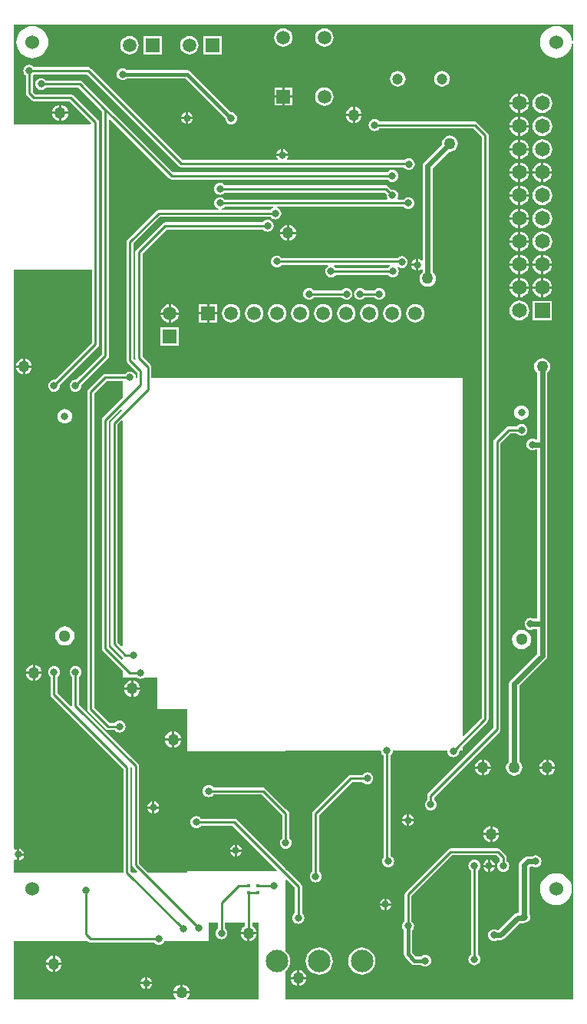
<source format=gbl>
G04*
G04 #@! TF.GenerationSoftware,Altium Limited,Altium Designer,20.0.11 (256)*
G04*
G04 Layer_Physical_Order=2*
G04 Layer_Color=16711680*
%FSLAX25Y25*%
%MOIN*%
G70*
G01*
G75*
%ADD11C,0.01000*%
%ADD13C,0.02362*%
%ADD35R,0.01772X0.01772*%
%ADD145C,0.01575*%
%ADD147R,0.05906X0.05906*%
%ADD148C,0.05906*%
%ADD149C,0.03150*%
%ADD150C,0.05118*%
%ADD151R,0.05906X0.05906*%
%ADD152C,0.09764*%
%ADD153C,0.04724*%
%ADD154R,0.06503X0.06503*%
%ADD155C,0.06503*%
%ADD156C,0.06000*%
%ADD157C,0.05000*%
G36*
X244882Y418104D02*
X244382Y418079D01*
X244306Y418854D01*
X243911Y420155D01*
X243269Y421355D01*
X242407Y422407D01*
X241355Y423270D01*
X240155Y423911D01*
X238854Y424306D01*
X237500Y424439D01*
X236146Y424306D01*
X234845Y423911D01*
X233645Y423270D01*
X232593Y422407D01*
X231731Y421355D01*
X231089Y420155D01*
X230694Y418854D01*
X230561Y417500D01*
X230694Y416146D01*
X231089Y414845D01*
X231731Y413645D01*
X232593Y412593D01*
X233645Y411730D01*
X234845Y411089D01*
X236146Y410694D01*
X237500Y410561D01*
X238854Y410694D01*
X240155Y411089D01*
X241355Y411730D01*
X242407Y412593D01*
X243269Y413645D01*
X243911Y414845D01*
X244306Y416146D01*
X244382Y416921D01*
X244882Y416896D01*
Y274063D01*
X244977Y274063D01*
Y154102D01*
Y2023D01*
X120079D01*
Y14366D01*
X120321Y14565D01*
X121056Y15461D01*
X121602Y16482D01*
X121939Y17591D01*
X122052Y18744D01*
X121939Y19897D01*
X121602Y21006D01*
X121056Y22028D01*
X120321Y22923D01*
X120079Y23122D01*
Y53877D01*
X120541Y54068D01*
X124061Y50548D01*
Y39542D01*
X123754Y39307D01*
X123342Y38769D01*
X123082Y38143D01*
X122994Y37471D01*
X123082Y36798D01*
X123342Y36172D01*
X123754Y35634D01*
X124292Y35221D01*
X124918Y34962D01*
X125591Y34874D01*
X126263Y34962D01*
X126889Y35221D01*
X127427Y35634D01*
X127840Y36172D01*
X128099Y36798D01*
X128188Y37471D01*
X128099Y38143D01*
X127840Y38769D01*
X127427Y39307D01*
X127120Y39542D01*
Y51181D01*
X127004Y51766D01*
X126672Y52263D01*
X121207Y57727D01*
X120767Y58168D01*
X120079Y58856D01*
X98818Y80117D01*
X98321Y80448D01*
X97736Y80565D01*
X83233D01*
X82998Y80872D01*
X82460Y81284D01*
X81833Y81544D01*
X81161Y81632D01*
X80489Y81544D01*
X79863Y81284D01*
X79325Y80872D01*
X78912Y80334D01*
X78653Y79708D01*
X78564Y79035D01*
X78653Y78363D01*
X78912Y77737D01*
X79325Y77199D01*
X79863Y76786D01*
X80489Y76527D01*
X81161Y76438D01*
X81833Y76527D01*
X82460Y76786D01*
X82998Y77199D01*
X83233Y77506D01*
X97103D01*
X116441Y58168D01*
X116250Y57706D01*
X77171D01*
Y57244D01*
X60304D01*
X56426Y61122D01*
Y103371D01*
X56309Y103956D01*
X55978Y104453D01*
X30254Y130177D01*
Y142034D01*
X30561Y142270D01*
X30974Y142808D01*
X31233Y143434D01*
X31321Y144106D01*
X31233Y144779D01*
X30974Y145405D01*
X30561Y145943D01*
X30023Y146355D01*
X29397Y146615D01*
X28724Y146703D01*
X28052Y146615D01*
X27426Y146355D01*
X26888Y145943D01*
X26475Y145405D01*
X26216Y144779D01*
X26127Y144106D01*
X26216Y143434D01*
X26475Y142808D01*
X26888Y142270D01*
X27195Y142034D01*
Y129612D01*
X27033Y129489D01*
X26717Y129383D01*
X20955Y135145D01*
Y142034D01*
X21261Y142270D01*
X21674Y142808D01*
X21934Y143434D01*
X22022Y144106D01*
X21934Y144779D01*
X21674Y145405D01*
X21261Y145943D01*
X20724Y146355D01*
X20097Y146615D01*
X19425Y146703D01*
X18753Y146615D01*
X18127Y146355D01*
X17589Y145943D01*
X17176Y145405D01*
X16917Y144779D01*
X16828Y144106D01*
X16917Y143434D01*
X17176Y142808D01*
X17589Y142270D01*
X17896Y142034D01*
Y134512D01*
X18012Y133926D01*
X18344Y133430D01*
X49534Y102241D01*
Y57244D01*
X2023D01*
Y62554D01*
X2523Y62800D01*
X2638Y62712D01*
X3265Y62452D01*
X3437Y62429D01*
Y64961D01*
Y67492D01*
X3265Y67469D01*
X2638Y67210D01*
X2523Y67121D01*
X2023Y67368D01*
Y271654D01*
Y318898D01*
X35872D01*
Y287035D01*
X22192Y273355D01*
D01*
X19809Y270972D01*
X19425Y271022D01*
X18753Y270934D01*
X18127Y270674D01*
X17589Y270262D01*
X17176Y269724D01*
X16917Y269097D01*
X16828Y268425D01*
X16917Y267753D01*
X17176Y267127D01*
X17589Y266589D01*
X18127Y266176D01*
X18753Y265917D01*
X19425Y265828D01*
X20097Y265917D01*
X20724Y266176D01*
X21261Y266589D01*
X21674Y267127D01*
X21934Y267753D01*
X22022Y268425D01*
X21972Y268809D01*
X25278Y272115D01*
D01*
X38483Y285320D01*
X38814Y285816D01*
X38931Y286402D01*
Y382677D01*
X38814Y383262D01*
X38483Y383759D01*
X27762Y394479D01*
X27266Y394811D01*
X26681Y394927D01*
X11173D01*
X10191Y395909D01*
Y403022D01*
X10498Y403258D01*
X10733Y403565D01*
X33642D01*
X73493Y363714D01*
X73989Y363382D01*
X74575Y363266D01*
X171305D01*
X171686Y362769D01*
X172224Y362356D01*
X172850Y362097D01*
X173522Y362009D01*
X174195Y362097D01*
X174821Y362356D01*
X175359Y362769D01*
X175771Y363307D01*
X176031Y363933D01*
X176119Y364605D01*
X176031Y365278D01*
X175771Y365904D01*
X175359Y366442D01*
X174821Y366855D01*
X174195Y367114D01*
X173522Y367202D01*
X172850Y367114D01*
X172224Y366855D01*
X171686Y366442D01*
X171596Y366325D01*
X120702D01*
X120568Y366533D01*
X120491Y366825D01*
X120844Y367284D01*
X121103Y367911D01*
X121126Y368083D01*
X116063D01*
X116086Y367911D01*
X116345Y367284D01*
X116698Y366825D01*
X116621Y366533D01*
X116487Y366325D01*
X75208D01*
X35357Y406176D01*
X34861Y406507D01*
X34276Y406624D01*
X10733D01*
X10498Y406931D01*
X9960Y407343D01*
X9334Y407603D01*
X8661Y407691D01*
X7989Y407603D01*
X7363Y407343D01*
X6825Y406931D01*
X6412Y406393D01*
X6153Y405766D01*
X6064Y405094D01*
X6153Y404422D01*
X6412Y403796D01*
X6825Y403258D01*
X7132Y403022D01*
Y395276D01*
X7248Y394690D01*
X7580Y394194D01*
X9458Y392316D01*
X9954Y391985D01*
X10539Y391868D01*
X26048D01*
X35526Y382390D01*
X35319Y381890D01*
X2023D01*
Y425197D01*
X244882Y425197D01*
Y418104D01*
D02*
G37*
G36*
X53367Y102681D02*
Y60489D01*
X53483Y59904D01*
X53815Y59408D01*
X55516Y57706D01*
X55325Y57244D01*
X53226D01*
X52592Y57878D01*
Y102743D01*
X53028Y102961D01*
X53367Y102681D01*
D02*
G37*
G36*
X108268Y2023D02*
X77340D01*
X77171Y2523D01*
X77299Y2622D01*
X77860Y3353D01*
X78213Y4204D01*
X78268Y4618D01*
X71339D01*
X71393Y4204D01*
X71746Y3353D01*
X72307Y2622D01*
X72436Y2523D01*
X72266Y2023D01*
X2023D01*
Y27559D01*
X34058Y27559D01*
X34352Y27265D01*
X34848Y26934D01*
X35433Y26817D01*
X62889D01*
X63124Y26510D01*
X63662Y26097D01*
X64289Y25838D01*
X64961Y25749D01*
X65633Y25838D01*
X66259Y26097D01*
X66797Y26510D01*
X67210Y27048D01*
X67421Y27559D01*
X86614D01*
X86614Y35433D01*
X90596Y35433D01*
Y32867D01*
X90289Y32632D01*
X89877Y32094D01*
X89617Y31467D01*
X89529Y30795D01*
X89617Y30123D01*
X89877Y29497D01*
X90289Y28959D01*
X90827Y28546D01*
X91454Y28287D01*
X92126Y28198D01*
X92798Y28287D01*
X93424Y28546D01*
X93962Y28959D01*
X94375Y29497D01*
X94634Y30123D01*
X94723Y30795D01*
X94634Y31467D01*
X94375Y32094D01*
X93962Y32632D01*
X93655Y32867D01*
Y35433D01*
X102408Y35433D01*
Y33950D01*
X102172Y33852D01*
X101441Y33292D01*
X100880Y32560D01*
X100527Y31709D01*
X100473Y31295D01*
X107401D01*
X107347Y31709D01*
X106994Y32560D01*
X106433Y33292D01*
X105702Y33852D01*
X105466Y33950D01*
Y35433D01*
X108268D01*
X108268Y2023D01*
D02*
G37*
%LPC*%
G36*
X136811Y423475D02*
X135779Y423339D01*
X134818Y422941D01*
X133992Y422307D01*
X133358Y421482D01*
X132960Y420520D01*
X132824Y419488D01*
X132960Y418456D01*
X133358Y417495D01*
X133992Y416669D01*
X134818Y416036D01*
X135779Y415637D01*
X136811Y415501D01*
X137843Y415637D01*
X138804Y416036D01*
X139630Y416669D01*
X140264Y417495D01*
X140662Y418456D01*
X140798Y419488D01*
X140662Y420520D01*
X140264Y421482D01*
X139630Y422307D01*
X138804Y422941D01*
X137843Y423339D01*
X136811Y423475D01*
D02*
G37*
G36*
X119095D02*
X118063Y423339D01*
X117101Y422941D01*
X116275Y422307D01*
X115642Y421482D01*
X115243Y420520D01*
X115108Y419488D01*
X115243Y418456D01*
X115642Y417495D01*
X116275Y416669D01*
X117101Y416036D01*
X118063Y415637D01*
X119095Y415501D01*
X120126Y415637D01*
X121088Y416036D01*
X121914Y416669D01*
X122547Y417495D01*
X122945Y418456D01*
X123081Y419488D01*
X122945Y420520D01*
X122547Y421482D01*
X121914Y422307D01*
X121088Y422941D01*
X120126Y423339D01*
X119095Y423475D01*
D02*
G37*
G36*
X92142Y420094D02*
X84236D01*
Y412189D01*
X92142D01*
Y420094D01*
D02*
G37*
G36*
X66158D02*
X58252D01*
Y412189D01*
X66158D01*
Y420094D01*
D02*
G37*
G36*
X78189Y420129D02*
X77157Y419993D01*
X76196Y419594D01*
X75370Y418961D01*
X74736Y418135D01*
X74338Y417174D01*
X74202Y416142D01*
X74338Y415110D01*
X74736Y414148D01*
X75370Y413323D01*
X76196Y412689D01*
X77157Y412291D01*
X78189Y412155D01*
X79221Y412291D01*
X80182Y412689D01*
X81008Y413323D01*
X81642Y414148D01*
X82040Y415110D01*
X82176Y416142D01*
X82040Y417174D01*
X81642Y418135D01*
X81008Y418961D01*
X80182Y419594D01*
X79221Y419993D01*
X78189Y420129D01*
D02*
G37*
G36*
X52205D02*
X51173Y419993D01*
X50211Y419594D01*
X49386Y418961D01*
X48752Y418135D01*
X48354Y417174D01*
X48218Y416142D01*
X48354Y415110D01*
X48752Y414148D01*
X49386Y413323D01*
X50211Y412689D01*
X51173Y412291D01*
X52205Y412155D01*
X53237Y412291D01*
X54198Y412689D01*
X55024Y413323D01*
X55657Y414148D01*
X56056Y415110D01*
X56192Y416142D01*
X56056Y417174D01*
X55657Y418135D01*
X55024Y418961D01*
X54198Y419594D01*
X53237Y419993D01*
X52205Y420129D01*
D02*
G37*
G36*
X10000Y424439D02*
X8646Y424306D01*
X7345Y423911D01*
X6145Y423270D01*
X5093Y422407D01*
X4231Y421355D01*
X3589Y420155D01*
X3194Y418854D01*
X3061Y417500D01*
X3194Y416146D01*
X3589Y414845D01*
X4231Y413645D01*
X5093Y412593D01*
X6145Y411730D01*
X7345Y411089D01*
X8646Y410694D01*
X10000Y410561D01*
X11354Y410694D01*
X12655Y411089D01*
X13855Y411730D01*
X14907Y412593D01*
X15769Y413645D01*
X16411Y414845D01*
X16806Y416146D01*
X16939Y417500D01*
X16806Y418854D01*
X16411Y420155D01*
X15769Y421355D01*
X14907Y422407D01*
X13855Y423270D01*
X12655Y423911D01*
X11354Y424306D01*
X10000Y424439D01*
D02*
G37*
G36*
X187953Y404966D02*
X187075Y404850D01*
X186257Y404512D01*
X185555Y403973D01*
X185016Y403270D01*
X184677Y402453D01*
X184562Y401575D01*
X184677Y400697D01*
X185016Y399879D01*
X185555Y399177D01*
X186257Y398638D01*
X187075Y398299D01*
X187953Y398184D01*
X188830Y398299D01*
X189648Y398638D01*
X190351Y399177D01*
X190890Y399879D01*
X191228Y400697D01*
X191344Y401575D01*
X191228Y402453D01*
X190890Y403270D01*
X190351Y403973D01*
X189648Y404512D01*
X188830Y404850D01*
X187953Y404966D01*
D02*
G37*
G36*
X168740D02*
X167862Y404850D01*
X167045Y404512D01*
X166342Y403973D01*
X165803Y403270D01*
X165464Y402453D01*
X165349Y401575D01*
X165464Y400697D01*
X165803Y399879D01*
X166342Y399177D01*
X167045Y398638D01*
X167862Y398299D01*
X168740Y398184D01*
X169618Y398299D01*
X170436Y398638D01*
X171138Y399177D01*
X171677Y399879D01*
X172016Y400697D01*
X172131Y401575D01*
X172016Y402453D01*
X171677Y403270D01*
X171138Y403973D01*
X170436Y404512D01*
X169618Y404850D01*
X168740Y404966D01*
D02*
G37*
G36*
X123047Y397850D02*
X119595D01*
Y394398D01*
X123047D01*
Y397850D01*
D02*
G37*
G36*
X118595D02*
X115142D01*
Y394398D01*
X118595D01*
Y397850D01*
D02*
G37*
G36*
X222000Y395222D02*
Y391500D01*
X225723D01*
X225642Y392110D01*
X225214Y393144D01*
X224532Y394032D01*
X223644Y394714D01*
X222610Y395142D01*
X222000Y395222D01*
D02*
G37*
G36*
X221000D02*
X220390Y395142D01*
X219356Y394714D01*
X218468Y394032D01*
X217786Y393144D01*
X217358Y392110D01*
X217278Y391500D01*
X221000D01*
Y395222D01*
D02*
G37*
G36*
X123047Y393398D02*
X119595D01*
Y389945D01*
X123047D01*
Y393398D01*
D02*
G37*
G36*
X118595D02*
X115142D01*
Y389945D01*
X118595D01*
Y393398D01*
D02*
G37*
G36*
X136811Y397884D02*
X135779Y397749D01*
X134818Y397350D01*
X133992Y396717D01*
X133358Y395891D01*
X132960Y394930D01*
X132824Y393898D01*
X132960Y392866D01*
X133358Y391904D01*
X133992Y391078D01*
X134818Y390445D01*
X135779Y390047D01*
X136811Y389911D01*
X137843Y390047D01*
X138804Y390445D01*
X139630Y391078D01*
X140264Y391904D01*
X140662Y392866D01*
X140798Y393898D01*
X140662Y394930D01*
X140264Y395891D01*
X139630Y396717D01*
X138804Y397350D01*
X137843Y397749D01*
X136811Y397884D01*
D02*
G37*
G36*
X22609Y390249D02*
Y387285D01*
X25573D01*
X25519Y387698D01*
X25166Y388550D01*
X24605Y389281D01*
X23874Y389842D01*
X23022Y390195D01*
X22609Y390249D01*
D02*
G37*
G36*
X21609D02*
X21195Y390195D01*
X20344Y389842D01*
X19612Y389281D01*
X19051Y388550D01*
X18699Y387698D01*
X18644Y387285D01*
X21609D01*
Y390249D01*
D02*
G37*
G36*
X225723Y390500D02*
X222000D01*
Y386777D01*
X222610Y386858D01*
X223644Y387286D01*
X224532Y387968D01*
X225214Y388856D01*
X225642Y389890D01*
X225723Y390500D01*
D02*
G37*
G36*
X221000D02*
X217278D01*
X217358Y389890D01*
X217786Y388856D01*
X218468Y387968D01*
X219356Y387286D01*
X220390Y386858D01*
X221000Y386777D01*
Y390500D01*
D02*
G37*
G36*
X231500Y395288D02*
X230390Y395142D01*
X229356Y394714D01*
X228468Y394032D01*
X227786Y393144D01*
X227358Y392110D01*
X227212Y391000D01*
X227358Y389890D01*
X227786Y388856D01*
X228468Y387968D01*
X229356Y387286D01*
X230390Y386858D01*
X231500Y386712D01*
X232610Y386858D01*
X233644Y387286D01*
X234532Y387968D01*
X235214Y388856D01*
X235642Y389890D01*
X235788Y391000D01*
X235642Y392110D01*
X235214Y393144D01*
X234532Y394032D01*
X233644Y394714D01*
X232610Y395142D01*
X231500Y395288D01*
D02*
G37*
G36*
X150138Y389393D02*
Y386429D01*
X153103D01*
X153048Y386842D01*
X152696Y387694D01*
X152135Y388425D01*
X151404Y388986D01*
X150552Y389339D01*
X150138Y389393D01*
D02*
G37*
G36*
X149138D02*
X148725Y389339D01*
X147873Y388986D01*
X147142Y388425D01*
X146581Y387694D01*
X146229Y386842D01*
X146174Y386429D01*
X149138D01*
Y389393D01*
D02*
G37*
G36*
X77665Y387071D02*
Y385039D01*
X79697D01*
X79674Y385211D01*
X79414Y385838D01*
X79002Y386376D01*
X78464Y386789D01*
X77838Y387048D01*
X77665Y387071D01*
D02*
G37*
G36*
X76665D02*
X76493Y387048D01*
X75867Y386789D01*
X75329Y386376D01*
X74916Y385838D01*
X74657Y385211D01*
X74634Y385039D01*
X76665D01*
Y387071D01*
D02*
G37*
G36*
X25573Y386285D02*
X22609D01*
Y383320D01*
X23022Y383375D01*
X23874Y383728D01*
X24605Y384289D01*
X25166Y385020D01*
X25519Y385871D01*
X25573Y386285D01*
D02*
G37*
G36*
X21609D02*
X18644D01*
X18699Y385871D01*
X19051Y385020D01*
X19612Y384289D01*
X20344Y383728D01*
X21195Y383375D01*
X21609Y383320D01*
Y386285D01*
D02*
G37*
G36*
X153103Y385429D02*
X150138D01*
Y382465D01*
X150552Y382519D01*
X151404Y382872D01*
X152135Y383433D01*
X152696Y384164D01*
X153048Y385015D01*
X153103Y385429D01*
D02*
G37*
G36*
X149138D02*
X146174D01*
X146229Y385015D01*
X146581Y384164D01*
X147142Y383433D01*
X147873Y382872D01*
X148725Y382519D01*
X149138Y382465D01*
Y385429D01*
D02*
G37*
G36*
X79697Y384039D02*
X77665D01*
Y382008D01*
X77838Y382031D01*
X78464Y382290D01*
X79002Y382703D01*
X79414Y383241D01*
X79674Y383867D01*
X79697Y384039D01*
D02*
G37*
G36*
X76665D02*
X74634D01*
X74657Y383867D01*
X74916Y383241D01*
X75329Y382703D01*
X75867Y382290D01*
X76493Y382031D01*
X76665Y382008D01*
Y384039D01*
D02*
G37*
G36*
X49213Y406140D02*
X48540Y406052D01*
X47914Y405792D01*
X47376Y405380D01*
X46964Y404842D01*
X46704Y404215D01*
X46616Y403543D01*
X46704Y402871D01*
X46964Y402245D01*
X47376Y401707D01*
X47914Y401294D01*
X48540Y401035D01*
X49213Y400946D01*
X49885Y401035D01*
X50511Y401294D01*
X51049Y401707D01*
X51060Y401721D01*
X76513D01*
X93783Y384451D01*
X93781Y384433D01*
X93869Y383761D01*
X94129Y383135D01*
X94542Y382597D01*
X95079Y382184D01*
X95706Y381925D01*
X96378Y381836D01*
X97050Y381925D01*
X97676Y382184D01*
X98214Y382597D01*
X98627Y383135D01*
X98887Y383761D01*
X98975Y384433D01*
X98887Y385105D01*
X98627Y385732D01*
X98214Y386269D01*
X97676Y386682D01*
X97050Y386942D01*
X96378Y387030D01*
X96360Y387028D01*
X78556Y404832D01*
X77965Y405227D01*
X77268Y405366D01*
X77268Y405366D01*
X51060D01*
X51049Y405380D01*
X50511Y405792D01*
X49885Y406052D01*
X49213Y406140D01*
D02*
G37*
G36*
X222000Y385223D02*
Y381500D01*
X225723D01*
X225642Y382110D01*
X225214Y383144D01*
X224532Y384032D01*
X223644Y384714D01*
X222610Y385142D01*
X222000Y385223D01*
D02*
G37*
G36*
X221000D02*
X220390Y385142D01*
X219356Y384714D01*
X218468Y384032D01*
X217786Y383144D01*
X217358Y382110D01*
X217278Y381500D01*
X221000D01*
Y385223D01*
D02*
G37*
G36*
X225723Y380500D02*
X222000D01*
Y376778D01*
X222610Y376858D01*
X223644Y377286D01*
X224532Y377968D01*
X225214Y378856D01*
X225642Y379890D01*
X225723Y380500D01*
D02*
G37*
G36*
X221000D02*
X217278D01*
X217358Y379890D01*
X217786Y378856D01*
X218468Y377968D01*
X219356Y377286D01*
X220390Y376858D01*
X221000Y376778D01*
Y380500D01*
D02*
G37*
G36*
X231500Y385288D02*
X230390Y385142D01*
X229356Y384714D01*
X228468Y384032D01*
X227786Y383144D01*
X227358Y382110D01*
X227212Y381000D01*
X227358Y379890D01*
X227786Y378856D01*
X228468Y377968D01*
X229356Y377286D01*
X230390Y376858D01*
X231500Y376712D01*
X232610Y376858D01*
X233644Y377286D01*
X234532Y377968D01*
X235214Y378856D01*
X235642Y379890D01*
X235788Y381000D01*
X235642Y382110D01*
X235214Y383144D01*
X234532Y384032D01*
X233644Y384714D01*
X232610Y385142D01*
X231500Y385288D01*
D02*
G37*
G36*
X222000Y375222D02*
Y371500D01*
X225723D01*
X225642Y372110D01*
X225214Y373144D01*
X224532Y374032D01*
X223644Y374714D01*
X222610Y375142D01*
X222000Y375222D01*
D02*
G37*
G36*
X221000D02*
X220390Y375142D01*
X219356Y374714D01*
X218468Y374032D01*
X217786Y373144D01*
X217358Y372110D01*
X217278Y371500D01*
X221000D01*
Y375222D01*
D02*
G37*
G36*
X191339Y376944D02*
X190425Y376824D01*
X189574Y376471D01*
X188842Y375910D01*
X188281Y375179D01*
X187929Y374327D01*
X187808Y373414D01*
X187853Y373073D01*
X180172Y365392D01*
X179690Y364671D01*
X179521Y363820D01*
X179521Y363820D01*
Y322848D01*
X179021Y322678D01*
X179002Y322703D01*
X178464Y323115D01*
X177838Y323375D01*
X177665Y323397D01*
Y320866D01*
Y318335D01*
X177838Y318358D01*
X178464Y318617D01*
X179002Y319030D01*
X179021Y319054D01*
X179521Y318885D01*
Y317666D01*
X179248Y317457D01*
X178687Y316726D01*
X178335Y315874D01*
X178214Y314961D01*
X178335Y314047D01*
X178687Y313195D01*
X179248Y312464D01*
X179979Y311903D01*
X180831Y311551D01*
X181745Y311430D01*
X182658Y311551D01*
X183510Y311903D01*
X184241Y312464D01*
X184802Y313195D01*
X185154Y314047D01*
X185275Y314961D01*
X185154Y315874D01*
X184802Y316726D01*
X184241Y317457D01*
X183968Y317666D01*
Y362898D01*
X190998Y369928D01*
X191339Y369883D01*
X192252Y370004D01*
X193104Y370356D01*
X193835Y370918D01*
X194396Y371649D01*
X194748Y372500D01*
X194869Y373414D01*
X194748Y374327D01*
X194396Y375179D01*
X193835Y375910D01*
X193104Y376471D01*
X192252Y376824D01*
X191339Y376944D01*
D02*
G37*
G36*
X119095Y371114D02*
Y369083D01*
X121126D01*
X121103Y369255D01*
X120844Y369882D01*
X120431Y370419D01*
X119893Y370832D01*
X119267Y371092D01*
X119095Y371114D01*
D02*
G37*
G36*
X118095D02*
X117922Y371092D01*
X117296Y370832D01*
X116758Y370419D01*
X116345Y369882D01*
X116086Y369255D01*
X116063Y369083D01*
X118095D01*
Y371114D01*
D02*
G37*
G36*
X225723Y370500D02*
X222000D01*
Y366777D01*
X222610Y366858D01*
X223644Y367286D01*
X224532Y367968D01*
X225214Y368856D01*
X225642Y369890D01*
X225723Y370500D01*
D02*
G37*
G36*
X221000D02*
X217278D01*
X217358Y369890D01*
X217786Y368856D01*
X218468Y367968D01*
X219356Y367286D01*
X220390Y366858D01*
X221000Y366777D01*
Y370500D01*
D02*
G37*
G36*
X231500Y375288D02*
X230390Y375142D01*
X229356Y374714D01*
X228468Y374032D01*
X227786Y373144D01*
X227358Y372110D01*
X227212Y371000D01*
X227358Y369890D01*
X227786Y368856D01*
X228468Y367968D01*
X229356Y367286D01*
X230390Y366858D01*
X231500Y366712D01*
X232610Y366858D01*
X233644Y367286D01*
X234532Y367968D01*
X235214Y368856D01*
X235642Y369890D01*
X235788Y371000D01*
X235642Y372110D01*
X235214Y373144D01*
X234532Y374032D01*
X233644Y374714D01*
X232610Y375142D01*
X231500Y375288D01*
D02*
G37*
G36*
X232000Y365223D02*
Y361500D01*
X235722D01*
X235642Y362110D01*
X235214Y363144D01*
X234532Y364032D01*
X233644Y364714D01*
X232610Y365142D01*
X232000Y365223D01*
D02*
G37*
G36*
X222000D02*
Y361500D01*
X225723D01*
X225642Y362110D01*
X225214Y363144D01*
X224532Y364032D01*
X223644Y364714D01*
X222610Y365142D01*
X222000Y365223D01*
D02*
G37*
G36*
X231000D02*
X230390Y365142D01*
X229356Y364714D01*
X228468Y364032D01*
X227786Y363144D01*
X227358Y362110D01*
X227277Y361500D01*
X231000D01*
Y365223D01*
D02*
G37*
G36*
X221000D02*
X220390Y365142D01*
X219356Y364714D01*
X218468Y364032D01*
X217786Y363144D01*
X217358Y362110D01*
X217278Y361500D01*
X221000D01*
Y365223D01*
D02*
G37*
G36*
X13780Y401907D02*
X13107Y401818D01*
X12481Y401559D01*
X11943Y401146D01*
X11530Y400608D01*
X11271Y399982D01*
X11182Y399310D01*
X11271Y398638D01*
X11530Y398011D01*
X11943Y397473D01*
X12481Y397061D01*
X13107Y396801D01*
X13780Y396713D01*
X14452Y396801D01*
X15078Y397061D01*
X15616Y397473D01*
X15852Y397780D01*
X29978D01*
X40203Y387556D01*
Y282067D01*
X30789Y272653D01*
X29108Y270972D01*
X28724Y271022D01*
X28052Y270934D01*
X27426Y270674D01*
X26888Y270262D01*
X26475Y269724D01*
X26216Y269097D01*
X26127Y268425D01*
X26216Y267753D01*
X26475Y267127D01*
X26888Y266589D01*
X27426Y266176D01*
X28052Y265917D01*
X28724Y265828D01*
X29397Y265917D01*
X30023Y266176D01*
X30561Y266589D01*
X30974Y267127D01*
X31233Y267753D01*
X31321Y268425D01*
X31271Y268809D01*
X34578Y272115D01*
D01*
X42814Y280352D01*
X43145Y280848D01*
X43262Y281433D01*
Y383843D01*
X43724Y384035D01*
X44194Y383564D01*
X44194Y383564D01*
X69391Y358367D01*
X69887Y358036D01*
X70473Y357919D01*
X164270D01*
X164506Y357612D01*
X165044Y357200D01*
X165670Y356940D01*
X166342Y356852D01*
X167014Y356940D01*
X167641Y357200D01*
X168179Y357612D01*
X168591Y358150D01*
X168851Y358777D01*
X168939Y359449D01*
X168851Y360121D01*
X168591Y360747D01*
X168179Y361285D01*
X167641Y361698D01*
X167014Y361957D01*
X166342Y362046D01*
X165670Y361957D01*
X165044Y361698D01*
X164506Y361285D01*
X164270Y360978D01*
X71106D01*
X46357Y385727D01*
X42814Y389270D01*
X31693Y400391D01*
X31197Y400723D01*
X30612Y400839D01*
X15852D01*
X15616Y401146D01*
X15078Y401559D01*
X14452Y401818D01*
X13780Y401907D01*
D02*
G37*
G36*
X235722Y360500D02*
X232000D01*
Y356778D01*
X232610Y356858D01*
X233644Y357286D01*
X234532Y357968D01*
X235214Y358856D01*
X235642Y359890D01*
X235722Y360500D01*
D02*
G37*
G36*
X225723D02*
X222000D01*
Y356778D01*
X222610Y356858D01*
X223644Y357286D01*
X224532Y357968D01*
X225214Y358856D01*
X225642Y359890D01*
X225723Y360500D01*
D02*
G37*
G36*
X231000D02*
X227277D01*
X227358Y359890D01*
X227786Y358856D01*
X228468Y357968D01*
X229356Y357286D01*
X230390Y356858D01*
X231000Y356778D01*
Y360500D01*
D02*
G37*
G36*
X221000D02*
X217278D01*
X217358Y359890D01*
X217786Y358856D01*
X218468Y357968D01*
X219356Y357286D01*
X220390Y356858D01*
X221000Y356778D01*
Y360500D01*
D02*
G37*
G36*
X222000Y355223D02*
Y351500D01*
X225723D01*
X225642Y352110D01*
X225214Y353144D01*
X224532Y354032D01*
X223644Y354714D01*
X222610Y355142D01*
X222000Y355223D01*
D02*
G37*
G36*
X221000D02*
X220390Y355142D01*
X219356Y354714D01*
X218468Y354032D01*
X217786Y353144D01*
X217358Y352110D01*
X217278Y351500D01*
X221000D01*
Y355223D01*
D02*
G37*
G36*
X225723Y350500D02*
X222000D01*
Y346778D01*
X222610Y346858D01*
X223644Y347286D01*
X224532Y347968D01*
X225214Y348856D01*
X225642Y349890D01*
X225723Y350500D01*
D02*
G37*
G36*
X221000D02*
X217278D01*
X217358Y349890D01*
X217786Y348856D01*
X218468Y347968D01*
X219356Y347286D01*
X220390Y346858D01*
X221000Y346778D01*
Y350500D01*
D02*
G37*
G36*
X231500Y355288D02*
X230390Y355142D01*
X229356Y354714D01*
X228468Y354032D01*
X227786Y353144D01*
X227358Y352110D01*
X227212Y351000D01*
X227358Y349890D01*
X227786Y348856D01*
X228468Y347968D01*
X229356Y347286D01*
X230390Y346858D01*
X231500Y346712D01*
X232610Y346858D01*
X233644Y347286D01*
X234532Y347968D01*
X235214Y348856D01*
X235642Y349890D01*
X235788Y351000D01*
X235642Y352110D01*
X235214Y353144D01*
X234532Y354032D01*
X233644Y354714D01*
X232610Y355142D01*
X231500Y355288D01*
D02*
G37*
G36*
X158661Y384097D02*
X157989Y384009D01*
X157363Y383749D01*
X156825Y383336D01*
X156412Y382799D01*
X156153Y382172D01*
X156064Y381500D01*
X156153Y380828D01*
X156412Y380202D01*
X156825Y379664D01*
X157363Y379251D01*
X157989Y378992D01*
X158661Y378903D01*
X159334Y378992D01*
X159960Y379251D01*
X160498Y379664D01*
X160733Y379971D01*
X201725D01*
X205164Y376532D01*
Y274068D01*
Y154102D01*
Y124273D01*
X197312Y116422D01*
X196850Y116613D01*
Y154102D01*
Y271654D01*
X61766Y271654D01*
Y276378D01*
X61649Y276963D01*
X61318Y277459D01*
X57829Y280948D01*
Y325745D01*
X68350Y336266D01*
X110133D01*
X110368Y335959D01*
X110906Y335546D01*
X111533Y335287D01*
X112205Y335198D01*
X112877Y335287D01*
X113503Y335546D01*
X114041Y335959D01*
X114454Y336497D01*
X114713Y337123D01*
X114802Y337795D01*
X114713Y338467D01*
X114454Y339094D01*
X114041Y339632D01*
X113503Y340044D01*
X112877Y340304D01*
X112205Y340392D01*
X111533Y340304D01*
X110906Y340044D01*
X110368Y339632D01*
X110133Y339325D01*
X67716D01*
X67131Y339208D01*
X66635Y338877D01*
X55218Y327459D01*
X54886Y326963D01*
X54770Y326378D01*
Y280315D01*
X54851Y279909D01*
X54390Y279663D01*
X53892Y280161D01*
Y330075D01*
X65431Y341615D01*
X113453D01*
X113689Y341308D01*
X114226Y340895D01*
X114853Y340636D01*
X115525Y340547D01*
X116197Y340636D01*
X116823Y340895D01*
X117361Y341308D01*
X117774Y341846D01*
X118033Y342472D01*
X118122Y343144D01*
X118033Y343816D01*
X117774Y344443D01*
X117361Y344981D01*
X116823Y345393D01*
X116304Y345608D01*
X116403Y346108D01*
X171261D01*
X171496Y345801D01*
X172034Y345389D01*
X172660Y345129D01*
X173333Y345041D01*
X174005Y345129D01*
X174631Y345389D01*
X175169Y345801D01*
X175582Y346339D01*
X175841Y346966D01*
X175930Y347638D01*
X175841Y348310D01*
X175582Y348936D01*
X175169Y349474D01*
X174631Y349887D01*
X174005Y350146D01*
X173333Y350235D01*
X172660Y350146D01*
X172034Y349887D01*
X171496Y349474D01*
X171261Y349167D01*
X168782D01*
X168561Y349616D01*
X168627Y349701D01*
X168886Y350328D01*
X168975Y351000D01*
X168886Y351672D01*
X168627Y352298D01*
X168214Y352836D01*
X167676Y353249D01*
X167050Y353508D01*
X166378Y353597D01*
X165994Y353547D01*
X164667Y354874D01*
X164171Y355205D01*
X163586Y355322D01*
X93659D01*
X93423Y355628D01*
X92885Y356041D01*
X92259Y356301D01*
X91587Y356389D01*
X90914Y356301D01*
X90288Y356041D01*
X89750Y355628D01*
X89337Y355091D01*
X89078Y354464D01*
X88990Y353792D01*
X89078Y353120D01*
X89337Y352494D01*
X89750Y351956D01*
X90288Y351543D01*
X90914Y351284D01*
X91587Y351195D01*
X92259Y351284D01*
X92885Y351543D01*
X93423Y351956D01*
X93659Y352263D01*
X162952D01*
X163831Y351384D01*
X163781Y351000D01*
X163869Y350328D01*
X164129Y349701D01*
X164195Y349616D01*
X163974Y349167D01*
X93659D01*
X93423Y349474D01*
X92885Y349887D01*
X92259Y350146D01*
X91587Y350235D01*
X90914Y350146D01*
X90288Y349887D01*
X89750Y349474D01*
X89337Y348936D01*
X89078Y348310D01*
X88990Y347638D01*
X89078Y346966D01*
X89337Y346339D01*
X89750Y345801D01*
X90288Y345389D01*
X90807Y345174D01*
X90708Y344674D01*
X64798D01*
X64212Y344557D01*
X63716Y344226D01*
X51281Y331790D01*
X50949Y331294D01*
X50833Y330709D01*
Y279528D01*
X50949Y278942D01*
X51281Y278446D01*
X55557Y274170D01*
Y271943D01*
X55328Y271868D01*
X54850Y272210D01*
X54792Y272653D01*
X54533Y273279D01*
X54120Y273817D01*
X53582Y274230D01*
X52956Y274489D01*
X52284Y274578D01*
X51611Y274489D01*
X50985Y274230D01*
X50447Y273817D01*
X50212Y273510D01*
X41666D01*
X41081Y273394D01*
X40966Y273317D01*
D01*
X40584Y273062D01*
X34352Y266829D01*
X34020Y266333D01*
X33904Y265748D01*
Y127953D01*
X34020Y127367D01*
X34352Y126871D01*
X41832Y119391D01*
X42328Y119060D01*
X42913Y118943D01*
X45822D01*
X46057Y118636D01*
X46595Y118223D01*
X47221Y117964D01*
X47894Y117875D01*
X48566Y117964D01*
X49192Y118223D01*
X49730Y118636D01*
X50143Y119174D01*
X50402Y119800D01*
X50491Y120472D01*
X50402Y121145D01*
X50143Y121771D01*
X49730Y122309D01*
X49192Y122722D01*
X48566Y122981D01*
X47894Y123070D01*
X47221Y122981D01*
X46595Y122722D01*
X46057Y122309D01*
X45822Y122002D01*
X43547D01*
X36963Y128586D01*
Y265114D01*
X42299Y270451D01*
X49213D01*
Y263187D01*
X40651Y254625D01*
X40319Y254129D01*
X40203Y253543D01*
Y154331D01*
X40319Y153745D01*
X40651Y153249D01*
X49213Y144687D01*
Y141732D01*
X55602D01*
X55788Y141589D01*
X56414Y141330D01*
X57087Y141242D01*
X57759Y141330D01*
X58385Y141589D01*
X58571Y141732D01*
X64435D01*
Y127953D01*
X77171D01*
Y109843D01*
X120079D01*
Y110061D01*
X161388D01*
X161477Y109389D01*
X161736Y108763D01*
X162149Y108225D01*
X162456Y107989D01*
Y63495D01*
X162318Y63315D01*
X162058Y62689D01*
X161970Y62017D01*
X162058Y61344D01*
X162318Y60718D01*
X162731Y60180D01*
X163268Y59768D01*
X163895Y59508D01*
X164567Y59420D01*
X165239Y59508D01*
X165865Y59768D01*
X166403Y60180D01*
X166816Y60718D01*
X167076Y61344D01*
X167164Y62017D01*
X167076Y62689D01*
X166816Y63315D01*
X166403Y63853D01*
X165865Y64266D01*
X165515Y64411D01*
Y107989D01*
X165822Y108225D01*
X166234Y108763D01*
X166494Y109389D01*
X166582Y110061D01*
X190124D01*
X190307Y109851D01*
X190396Y109179D01*
X190655Y108553D01*
X191068Y108015D01*
X191606Y107602D01*
X192232Y107343D01*
X192904Y107254D01*
X193577Y107343D01*
X194203Y107602D01*
X194741Y108015D01*
X195154Y108553D01*
X195413Y109179D01*
X195501Y109851D01*
X195685Y110061D01*
X196850D01*
Y111634D01*
X207774Y122558D01*
X208106Y123055D01*
X208222Y123640D01*
Y154102D01*
Y271654D01*
Y273714D01*
Y377165D01*
X208106Y377751D01*
X207774Y378247D01*
X203440Y382581D01*
X202943Y382913D01*
X202358Y383029D01*
X160733D01*
X160498Y383336D01*
X159960Y383749D01*
X159334Y384009D01*
X158661Y384097D01*
D02*
G37*
G36*
X222000Y345222D02*
Y341500D01*
X225723D01*
X225642Y342110D01*
X225214Y343144D01*
X224532Y344032D01*
X223644Y344714D01*
X222610Y345142D01*
X222000Y345222D01*
D02*
G37*
G36*
X221000D02*
X220390Y345142D01*
X219356Y344714D01*
X218468Y344032D01*
X217786Y343144D01*
X217358Y342110D01*
X217278Y341500D01*
X221000D01*
Y345222D01*
D02*
G37*
G36*
X225723Y340500D02*
X222000D01*
Y336777D01*
X222610Y336858D01*
X223644Y337286D01*
X224532Y337968D01*
X225214Y338856D01*
X225642Y339890D01*
X225723Y340500D01*
D02*
G37*
G36*
X221000D02*
X217278D01*
X217358Y339890D01*
X217786Y338856D01*
X218468Y337968D01*
X219356Y337286D01*
X220390Y336858D01*
X221000Y336777D01*
Y340500D01*
D02*
G37*
G36*
X231500Y345288D02*
X230390Y345142D01*
X229356Y344714D01*
X228468Y344032D01*
X227786Y343144D01*
X227358Y342110D01*
X227212Y341000D01*
X227358Y339890D01*
X227786Y338856D01*
X228468Y337968D01*
X229356Y337286D01*
X230390Y336858D01*
X231500Y336712D01*
X232610Y336858D01*
X233644Y337286D01*
X234532Y337968D01*
X235214Y338856D01*
X235642Y339890D01*
X235788Y341000D01*
X235642Y342110D01*
X235214Y343144D01*
X234532Y344032D01*
X233644Y344714D01*
X232610Y345142D01*
X231500Y345288D01*
D02*
G37*
G36*
X121588Y338214D02*
Y335250D01*
X124552D01*
X124498Y335664D01*
X124145Y336515D01*
X123584Y337246D01*
X122853Y337807D01*
X122002Y338160D01*
X121588Y338214D01*
D02*
G37*
G36*
X120588D02*
X120174Y338160D01*
X119323Y337807D01*
X118592Y337246D01*
X118031Y336515D01*
X117678Y335664D01*
X117624Y335250D01*
X120588D01*
Y338214D01*
D02*
G37*
G36*
X222000Y335223D02*
Y331500D01*
X225723D01*
X225642Y332110D01*
X225214Y333144D01*
X224532Y334032D01*
X223644Y334714D01*
X222610Y335142D01*
X222000Y335223D01*
D02*
G37*
G36*
X221000D02*
X220390Y335142D01*
X219356Y334714D01*
X218468Y334032D01*
X217786Y333144D01*
X217358Y332110D01*
X217278Y331500D01*
X221000D01*
Y335223D01*
D02*
G37*
G36*
X124552Y334250D02*
X121588D01*
Y331286D01*
X122002Y331340D01*
X122853Y331693D01*
X123584Y332254D01*
X124145Y332985D01*
X124498Y333836D01*
X124552Y334250D01*
D02*
G37*
G36*
X120588D02*
X117624D01*
X117678Y333836D01*
X118031Y332985D01*
X118592Y332254D01*
X119323Y331693D01*
X120174Y331340D01*
X120588Y331286D01*
Y334250D01*
D02*
G37*
G36*
X225723Y330500D02*
X222000D01*
Y326778D01*
X222610Y326858D01*
X223644Y327286D01*
X224532Y327968D01*
X225214Y328856D01*
X225642Y329890D01*
X225723Y330500D01*
D02*
G37*
G36*
X221000D02*
X217278D01*
X217358Y329890D01*
X217786Y328856D01*
X218468Y327968D01*
X219356Y327286D01*
X220390Y326858D01*
X221000Y326778D01*
Y330500D01*
D02*
G37*
G36*
X231500Y335288D02*
X230390Y335142D01*
X229356Y334714D01*
X228468Y334032D01*
X227786Y333144D01*
X227358Y332110D01*
X227212Y331000D01*
X227358Y329890D01*
X227786Y328856D01*
X228468Y327968D01*
X229356Y327286D01*
X230390Y326858D01*
X231500Y326712D01*
X232610Y326858D01*
X233644Y327286D01*
X234532Y327968D01*
X235214Y328856D01*
X235642Y329890D01*
X235788Y331000D01*
X235642Y332110D01*
X235214Y333144D01*
X234532Y334032D01*
X233644Y334714D01*
X232610Y335142D01*
X231500Y335288D01*
D02*
G37*
G36*
X232000Y325222D02*
Y321500D01*
X235722D01*
X235642Y322110D01*
X235214Y323144D01*
X234532Y324032D01*
X233644Y324714D01*
X232610Y325142D01*
X232000Y325222D01*
D02*
G37*
G36*
X222000D02*
Y321500D01*
X225723D01*
X225642Y322110D01*
X225214Y323144D01*
X224532Y324032D01*
X223644Y324714D01*
X222610Y325142D01*
X222000Y325222D01*
D02*
G37*
G36*
X231000D02*
X230390Y325142D01*
X229356Y324714D01*
X228468Y324032D01*
X227786Y323144D01*
X227358Y322110D01*
X227277Y321500D01*
X231000D01*
Y325222D01*
D02*
G37*
G36*
X221000D02*
X220390Y325142D01*
X219356Y324714D01*
X218468Y324032D01*
X217786Y323144D01*
X217358Y322110D01*
X217278Y321500D01*
X221000D01*
Y325222D01*
D02*
G37*
G36*
X176665Y323397D02*
X176493Y323375D01*
X175867Y323115D01*
X175329Y322703D01*
X174916Y322165D01*
X174657Y321538D01*
X174634Y321366D01*
X176665D01*
Y323397D01*
D02*
G37*
G36*
X116177Y324897D02*
X115505Y324809D01*
X114878Y324549D01*
X114340Y324136D01*
X113928Y323599D01*
X113668Y322972D01*
X113580Y322300D01*
X113668Y321628D01*
X113928Y321002D01*
X114340Y320464D01*
X114878Y320051D01*
X115505Y319792D01*
X116177Y319703D01*
X116849Y319792D01*
X117475Y320051D01*
X118013Y320464D01*
X118249Y320771D01*
X138397D01*
X138497Y320271D01*
X138481Y320264D01*
X137943Y319851D01*
X137530Y319314D01*
X137271Y318687D01*
X137182Y318015D01*
X137271Y317343D01*
X137530Y316717D01*
X137943Y316179D01*
X138481Y315766D01*
X139107Y315507D01*
X139779Y315418D01*
X140452Y315507D01*
X141078Y315766D01*
X141616Y316179D01*
X141851Y316486D01*
X164463D01*
X164699Y316179D01*
X165237Y315766D01*
X165863Y315507D01*
X166535Y315418D01*
X167208Y315507D01*
X167834Y315766D01*
X168372Y316179D01*
X168784Y316717D01*
X169044Y317343D01*
X169132Y318015D01*
X169044Y318687D01*
X168784Y319314D01*
X168502Y319682D01*
X168490Y319697D01*
X168847Y320054D01*
X168858Y320046D01*
X169154Y319818D01*
X169780Y319559D01*
X170453Y319470D01*
X171125Y319559D01*
X171751Y319818D01*
X172289Y320231D01*
X172702Y320769D01*
X172961Y321395D01*
X173050Y322067D01*
X172961Y322739D01*
X172702Y323366D01*
X172289Y323903D01*
X171751Y324316D01*
X171125Y324576D01*
X170453Y324664D01*
X169780Y324576D01*
X169154Y324316D01*
X168616Y323903D01*
X168559Y323829D01*
X118249D01*
X118013Y324136D01*
X117475Y324549D01*
X116849Y324809D01*
X116177Y324897D01*
D02*
G37*
G36*
X176665Y320366D02*
X174634D01*
X174657Y320194D01*
X174916Y319568D01*
X175329Y319030D01*
X175867Y318617D01*
X176493Y318358D01*
X176665Y318335D01*
Y320366D01*
D02*
G37*
G36*
X235722Y320500D02*
X232000D01*
Y316777D01*
X232610Y316858D01*
X233644Y317286D01*
X234532Y317968D01*
X235214Y318856D01*
X235642Y319890D01*
X235722Y320500D01*
D02*
G37*
G36*
X225723D02*
X222000D01*
Y316777D01*
X222610Y316858D01*
X223644Y317286D01*
X224532Y317968D01*
X225214Y318856D01*
X225642Y319890D01*
X225723Y320500D01*
D02*
G37*
G36*
X231000D02*
X227277D01*
X227358Y319890D01*
X227786Y318856D01*
X228468Y317968D01*
X229356Y317286D01*
X230390Y316858D01*
X231000Y316777D01*
Y320500D01*
D02*
G37*
G36*
X221000D02*
X217278D01*
X217358Y319890D01*
X217786Y318856D01*
X218468Y317968D01*
X219356Y317286D01*
X220390Y316858D01*
X221000Y316777D01*
Y320500D01*
D02*
G37*
G36*
X232000Y315223D02*
Y311500D01*
X235722D01*
X235642Y312110D01*
X235214Y313144D01*
X234532Y314032D01*
X233644Y314714D01*
X232610Y315142D01*
X232000Y315223D01*
D02*
G37*
G36*
X222000D02*
Y311500D01*
X225723D01*
X225642Y312110D01*
X225214Y313144D01*
X224532Y314032D01*
X223644Y314714D01*
X222610Y315142D01*
X222000Y315223D01*
D02*
G37*
G36*
X231000D02*
X230390Y315142D01*
X229356Y314714D01*
X228468Y314032D01*
X227786Y313144D01*
X227358Y312110D01*
X227277Y311500D01*
X231000D01*
Y315223D01*
D02*
G37*
G36*
X221000D02*
X220390Y315142D01*
X219356Y314714D01*
X218468Y314032D01*
X217786Y313144D01*
X217358Y312110D01*
X217278Y311500D01*
X221000D01*
Y315223D01*
D02*
G37*
G36*
X160630Y310865D02*
X159958Y310776D01*
X159331Y310517D01*
X158794Y310104D01*
X158558Y309797D01*
X154434D01*
X154199Y310104D01*
X153661Y310517D01*
X153034Y310776D01*
X152362Y310865D01*
X151690Y310776D01*
X151064Y310517D01*
X150526Y310104D01*
X150113Y309566D01*
X149854Y308940D01*
X149765Y308268D01*
X149854Y307596D01*
X150113Y306969D01*
X150526Y306431D01*
X151064Y306019D01*
X151690Y305759D01*
X152362Y305671D01*
X153034Y305759D01*
X153661Y306019D01*
X154199Y306431D01*
X154434Y306738D01*
X158558D01*
X158794Y306431D01*
X159331Y306019D01*
X159958Y305759D01*
X160630Y305671D01*
X161302Y305759D01*
X161928Y306019D01*
X162466Y306431D01*
X162879Y306969D01*
X163138Y307596D01*
X163227Y308268D01*
X163138Y308940D01*
X162879Y309566D01*
X162466Y310104D01*
X161928Y310517D01*
X161302Y310776D01*
X160630Y310865D01*
D02*
G37*
G36*
X146457D02*
X145784Y310776D01*
X145158Y310517D01*
X144620Y310104D01*
X144385Y309797D01*
X132281D01*
X132045Y310104D01*
X131507Y310517D01*
X130881Y310776D01*
X130209Y310865D01*
X129536Y310776D01*
X128910Y310517D01*
X128372Y310104D01*
X127960Y309566D01*
X127700Y308940D01*
X127612Y308268D01*
X127700Y307596D01*
X127960Y306969D01*
X128372Y306431D01*
X128910Y306019D01*
X129536Y305759D01*
X130209Y305671D01*
X130881Y305759D01*
X131507Y306019D01*
X132045Y306431D01*
X132281Y306738D01*
X144385D01*
X144620Y306431D01*
X145158Y306019D01*
X145784Y305759D01*
X146457Y305671D01*
X147129Y305759D01*
X147755Y306019D01*
X148293Y306431D01*
X148706Y306969D01*
X148965Y307596D01*
X149054Y308268D01*
X148965Y308940D01*
X148706Y309566D01*
X148293Y310104D01*
X147755Y310517D01*
X147129Y310776D01*
X146457Y310865D01*
D02*
G37*
G36*
X235722Y310500D02*
X232000D01*
Y306778D01*
X232610Y306858D01*
X233644Y307286D01*
X234532Y307968D01*
X235214Y308856D01*
X235642Y309890D01*
X235722Y310500D01*
D02*
G37*
G36*
X225723D02*
X222000D01*
Y306778D01*
X222610Y306858D01*
X223644Y307286D01*
X224532Y307968D01*
X225214Y308856D01*
X225642Y309890D01*
X225723Y310500D01*
D02*
G37*
G36*
X231000D02*
X227277D01*
X227358Y309890D01*
X227786Y308856D01*
X228468Y307968D01*
X229356Y307286D01*
X230390Y306858D01*
X231000Y306778D01*
Y310500D01*
D02*
G37*
G36*
X221000D02*
X217278D01*
X217358Y309890D01*
X217786Y308856D01*
X218468Y307968D01*
X219356Y307286D01*
X220390Y306858D01*
X221000Y306778D01*
Y310500D01*
D02*
G37*
G36*
X90331Y303843D02*
X86878D01*
Y300390D01*
X90331D01*
Y303843D01*
D02*
G37*
G36*
X85878D02*
X82425D01*
Y300390D01*
X85878D01*
Y303843D01*
D02*
G37*
G36*
X70185Y303685D02*
Y300264D01*
X73606D01*
X73536Y300796D01*
X73138Y301757D01*
X72504Y302583D01*
X71679Y303217D01*
X70717Y303615D01*
X70185Y303685D01*
D02*
G37*
G36*
X69185Y303685D02*
X68653Y303615D01*
X67692Y303217D01*
X66866Y302583D01*
X66232Y301757D01*
X65834Y300796D01*
X65764Y300264D01*
X69185D01*
Y303685D01*
D02*
G37*
G36*
X235752Y305252D02*
X227248D01*
Y296748D01*
X235752D01*
Y305252D01*
D02*
G37*
G36*
X221500Y305288D02*
X220390Y305142D01*
X219356Y304714D01*
X218468Y304032D01*
X217786Y303144D01*
X217358Y302110D01*
X217212Y301000D01*
X217358Y299890D01*
X217786Y298856D01*
X218468Y297968D01*
X219356Y297286D01*
X220390Y296858D01*
X221500Y296712D01*
X222610Y296858D01*
X223644Y297286D01*
X224532Y297968D01*
X225214Y298856D01*
X225642Y299890D01*
X225788Y301000D01*
X225642Y302110D01*
X225214Y303144D01*
X224532Y304032D01*
X223644Y304714D01*
X222610Y305142D01*
X221500Y305288D01*
D02*
G37*
G36*
X90331Y299390D02*
X86878D01*
Y295937D01*
X90331D01*
Y299390D01*
D02*
G37*
G36*
X85878D02*
X82425D01*
Y295937D01*
X85878D01*
Y299390D01*
D02*
G37*
G36*
X176378Y303877D02*
X175346Y303741D01*
X174384Y303343D01*
X173559Y302709D01*
X172925Y301884D01*
X172527Y300922D01*
X172391Y299890D01*
X172527Y298858D01*
X172925Y297897D01*
X173559Y297071D01*
X174384Y296437D01*
X175346Y296039D01*
X176378Y295903D01*
X177410Y296039D01*
X178371Y296437D01*
X179197Y297071D01*
X179831Y297897D01*
X180229Y298858D01*
X180365Y299890D01*
X180229Y300922D01*
X179831Y301884D01*
X179197Y302709D01*
X178371Y303343D01*
X177410Y303741D01*
X176378Y303877D01*
D02*
G37*
G36*
X166378D02*
X165346Y303741D01*
X164384Y303343D01*
X163559Y302709D01*
X162925Y301884D01*
X162527Y300922D01*
X162391Y299890D01*
X162527Y298858D01*
X162925Y297897D01*
X163559Y297071D01*
X164384Y296437D01*
X165346Y296039D01*
X166378Y295903D01*
X167410Y296039D01*
X168371Y296437D01*
X169197Y297071D01*
X169831Y297897D01*
X170229Y298858D01*
X170365Y299890D01*
X170229Y300922D01*
X169831Y301884D01*
X169197Y302709D01*
X168371Y303343D01*
X167410Y303741D01*
X166378Y303877D01*
D02*
G37*
G36*
X156378D02*
X155346Y303741D01*
X154385Y303343D01*
X153559Y302709D01*
X152925Y301884D01*
X152527Y300922D01*
X152391Y299890D01*
X152527Y298858D01*
X152925Y297897D01*
X153559Y297071D01*
X154385Y296437D01*
X155346Y296039D01*
X156378Y295903D01*
X157410Y296039D01*
X158371Y296437D01*
X159197Y297071D01*
X159831Y297897D01*
X160229Y298858D01*
X160365Y299890D01*
X160229Y300922D01*
X159831Y301884D01*
X159197Y302709D01*
X158371Y303343D01*
X157410Y303741D01*
X156378Y303877D01*
D02*
G37*
G36*
X146378D02*
X145346Y303741D01*
X144385Y303343D01*
X143559Y302709D01*
X142925Y301884D01*
X142527Y300922D01*
X142391Y299890D01*
X142527Y298858D01*
X142925Y297897D01*
X143559Y297071D01*
X144385Y296437D01*
X145346Y296039D01*
X146378Y295903D01*
X147410Y296039D01*
X148371Y296437D01*
X149197Y297071D01*
X149831Y297897D01*
X150229Y298858D01*
X150365Y299890D01*
X150229Y300922D01*
X149831Y301884D01*
X149197Y302709D01*
X148371Y303343D01*
X147410Y303741D01*
X146378Y303877D01*
D02*
G37*
G36*
X136378D02*
X135346Y303741D01*
X134385Y303343D01*
X133559Y302709D01*
X132925Y301884D01*
X132527Y300922D01*
X132391Y299890D01*
X132527Y298858D01*
X132925Y297897D01*
X133559Y297071D01*
X134385Y296437D01*
X135346Y296039D01*
X136378Y295903D01*
X137410Y296039D01*
X138371Y296437D01*
X139197Y297071D01*
X139831Y297897D01*
X140229Y298858D01*
X140365Y299890D01*
X140229Y300922D01*
X139831Y301884D01*
X139197Y302709D01*
X138371Y303343D01*
X137410Y303741D01*
X136378Y303877D01*
D02*
G37*
G36*
X126378D02*
X125346Y303741D01*
X124384Y303343D01*
X123559Y302709D01*
X122925Y301884D01*
X122527Y300922D01*
X122391Y299890D01*
X122527Y298858D01*
X122925Y297897D01*
X123559Y297071D01*
X124384Y296437D01*
X125346Y296039D01*
X126378Y295903D01*
X127410Y296039D01*
X128371Y296437D01*
X129197Y297071D01*
X129831Y297897D01*
X130229Y298858D01*
X130365Y299890D01*
X130229Y300922D01*
X129831Y301884D01*
X129197Y302709D01*
X128371Y303343D01*
X127410Y303741D01*
X126378Y303877D01*
D02*
G37*
G36*
X116378D02*
X115346Y303741D01*
X114384Y303343D01*
X113559Y302709D01*
X112925Y301884D01*
X112527Y300922D01*
X112391Y299890D01*
X112527Y298858D01*
X112925Y297897D01*
X113559Y297071D01*
X114384Y296437D01*
X115346Y296039D01*
X116378Y295903D01*
X117410Y296039D01*
X118371Y296437D01*
X119197Y297071D01*
X119831Y297897D01*
X120229Y298858D01*
X120365Y299890D01*
X120229Y300922D01*
X119831Y301884D01*
X119197Y302709D01*
X118371Y303343D01*
X117410Y303741D01*
X116378Y303877D01*
D02*
G37*
G36*
X106378D02*
X105346Y303741D01*
X104385Y303343D01*
X103559Y302709D01*
X102925Y301884D01*
X102527Y300922D01*
X102391Y299890D01*
X102527Y298858D01*
X102925Y297897D01*
X103559Y297071D01*
X104385Y296437D01*
X105346Y296039D01*
X106378Y295903D01*
X107410Y296039D01*
X108371Y296437D01*
X109197Y297071D01*
X109831Y297897D01*
X110229Y298858D01*
X110365Y299890D01*
X110229Y300922D01*
X109831Y301884D01*
X109197Y302709D01*
X108371Y303343D01*
X107410Y303741D01*
X106378Y303877D01*
D02*
G37*
G36*
X96378D02*
X95346Y303741D01*
X94384Y303343D01*
X93559Y302709D01*
X92925Y301884D01*
X92527Y300922D01*
X92391Y299890D01*
X92527Y298858D01*
X92925Y297897D01*
X93559Y297071D01*
X94384Y296437D01*
X95346Y296039D01*
X96378Y295903D01*
X97410Y296039D01*
X98371Y296437D01*
X99197Y297071D01*
X99831Y297897D01*
X100229Y298858D01*
X100365Y299890D01*
X100229Y300922D01*
X99831Y301884D01*
X99197Y302709D01*
X98371Y303343D01*
X97410Y303741D01*
X96378Y303877D01*
D02*
G37*
G36*
X69185Y299264D02*
X65764D01*
X65834Y298732D01*
X66232Y297770D01*
X66866Y296945D01*
X67692Y296311D01*
X68653Y295913D01*
X69185Y295843D01*
Y299264D01*
D02*
G37*
G36*
X73606D02*
X70185D01*
Y295843D01*
X70717Y295913D01*
X71679Y296311D01*
X72504Y296945D01*
X73138Y297770D01*
X73536Y298732D01*
X73606Y299264D01*
D02*
G37*
G36*
X73638Y293717D02*
X65732D01*
Y285811D01*
X73638D01*
Y293717D01*
D02*
G37*
G36*
X6799Y280236D02*
Y277272D01*
X9764D01*
X9709Y277685D01*
X9356Y278537D01*
X8795Y279268D01*
X8064Y279829D01*
X7213Y280182D01*
X6799Y280236D01*
D02*
G37*
G36*
X5799D02*
X5385Y280182D01*
X4534Y279829D01*
X3803Y279268D01*
X3242Y278537D01*
X2889Y277685D01*
X2835Y277272D01*
X5799D01*
Y280236D01*
D02*
G37*
G36*
X9764Y276272D02*
X6799D01*
Y273307D01*
X7213Y273362D01*
X8064Y273714D01*
X8198Y273817D01*
X8795Y274275D01*
X9356Y275007D01*
X9709Y275858D01*
X9764Y276272D01*
D02*
G37*
G36*
X5799D02*
X2835D01*
X2889Y275858D01*
X3242Y275007D01*
X3803Y274275D01*
X4400Y273817D01*
X4534Y273714D01*
X5385Y273362D01*
X5799Y273307D01*
Y276272D01*
D02*
G37*
G36*
X222500Y259905D02*
X221674Y259797D01*
X220904Y259477D01*
X220243Y258970D01*
X219735Y258309D01*
X219416Y257539D01*
X219307Y256713D01*
X219416Y255886D01*
X219735Y255116D01*
X220243Y254455D01*
X220904Y253948D01*
X221674Y253629D01*
X222500Y253520D01*
X223326Y253629D01*
X224096Y253948D01*
X224758Y254455D01*
X225265Y255116D01*
X225584Y255886D01*
X225693Y256713D01*
X225584Y257539D01*
X225265Y258309D01*
X224758Y258970D01*
X224096Y259477D01*
X223326Y259797D01*
X222500Y259905D01*
D02*
G37*
G36*
X24075Y258330D02*
X23248Y258222D01*
X22479Y257903D01*
X21817Y257395D01*
X21310Y256734D01*
X20991Y255964D01*
X20882Y255138D01*
X20991Y254311D01*
X21310Y253541D01*
X21817Y252880D01*
X22479Y252373D01*
X23248Y252054D01*
X24075Y251945D01*
X24901Y252054D01*
X25671Y252373D01*
X26332Y252880D01*
X26840Y253541D01*
X27159Y254311D01*
X27268Y255138D01*
X27159Y255964D01*
X26840Y256734D01*
X26332Y257395D01*
X25671Y257903D01*
X24901Y258222D01*
X24075Y258330D01*
D02*
G37*
G36*
X222500Y251829D02*
X221828Y251741D01*
X221201Y251481D01*
X220664Y251069D01*
X220428Y250762D01*
X216949D01*
X216364Y250645D01*
X215867Y250314D01*
X210730Y245176D01*
X210398Y244680D01*
X210282Y244094D01*
Y154102D01*
Y119925D01*
X181989Y91633D01*
X181658Y91136D01*
X181542Y90551D01*
Y88686D01*
X181235Y88450D01*
X180822Y87913D01*
X180562Y87286D01*
X180474Y86614D01*
X180562Y85942D01*
X180822Y85316D01*
X181235Y84778D01*
X181772Y84365D01*
X182399Y84106D01*
X183071Y84017D01*
X183743Y84106D01*
X184369Y84365D01*
X184907Y84778D01*
X185320Y85316D01*
X185579Y85942D01*
X185668Y86614D01*
X185579Y87286D01*
X185320Y87913D01*
X184907Y88450D01*
X184600Y88686D01*
Y89918D01*
X212893Y118210D01*
X213224Y118706D01*
X213340Y119291D01*
Y154102D01*
Y243461D01*
X217582Y247703D01*
X220428D01*
X220664Y247396D01*
X221201Y246983D01*
X221828Y246724D01*
X222500Y246635D01*
X223172Y246724D01*
X223798Y246983D01*
X224336Y247396D01*
X224749Y247934D01*
X225009Y248560D01*
X225097Y249232D01*
X225009Y249904D01*
X224749Y250531D01*
X224336Y251069D01*
X223798Y251481D01*
X223172Y251741D01*
X222500Y251829D01*
D02*
G37*
G36*
X231496Y280302D02*
X230582Y280182D01*
X229731Y279829D01*
X229000Y279268D01*
X228439Y278537D01*
X228086Y277685D01*
X227966Y276772D01*
X228086Y275858D01*
X228439Y275007D01*
X229000Y274275D01*
X229274Y274065D01*
X229276Y274063D01*
Y245157D01*
X228497D01*
X228464Y245182D01*
X227837Y245442D01*
X227165Y245530D01*
X226493Y245442D01*
X225867Y245182D01*
X225329Y244770D01*
X224916Y244232D01*
X224657Y243605D01*
X224568Y242933D01*
X224657Y242261D01*
X224916Y241635D01*
X225329Y241097D01*
X225867Y240684D01*
X226493Y240425D01*
X227165Y240336D01*
X227837Y240425D01*
X228464Y240684D01*
X228497Y240709D01*
X229276D01*
X229276Y167279D01*
X227709D01*
X227677Y167304D01*
X227050Y167564D01*
X226378Y167652D01*
X225706Y167564D01*
X225079Y167304D01*
X224542Y166892D01*
X224129Y166354D01*
X223869Y165727D01*
X223781Y165055D01*
X223869Y164383D01*
X224129Y163757D01*
X224542Y163219D01*
X225079Y162806D01*
X225706Y162547D01*
X226378Y162458D01*
X227050Y162547D01*
X227677Y162806D01*
X227709Y162831D01*
X229276D01*
Y154102D01*
Y152106D01*
X217719Y140549D01*
X217237Y139827D01*
X217068Y138976D01*
X217068Y138976D01*
Y105461D01*
X216795Y105252D01*
X216234Y104521D01*
X215881Y103670D01*
X215761Y102756D01*
X215881Y101842D01*
X216234Y100991D01*
X216795Y100260D01*
X217526Y99699D01*
X218378Y99346D01*
X219291Y99226D01*
X220205Y99346D01*
X221056Y99699D01*
X221788Y100260D01*
X222349Y100991D01*
X222701Y101842D01*
X222821Y102756D01*
X222701Y103670D01*
X222349Y104521D01*
X221788Y105252D01*
X221515Y105461D01*
Y138055D01*
X233072Y149612D01*
X233072Y149613D01*
X233555Y150334D01*
X233724Y151185D01*
Y154102D01*
Y165055D01*
X233724Y242933D01*
Y271654D01*
Y273711D01*
Y274069D01*
X233992Y274275D01*
X234553Y275007D01*
X234906Y275858D01*
X235026Y276772D01*
X234906Y277685D01*
X234553Y278537D01*
X233992Y279268D01*
X233261Y279829D01*
X232410Y280182D01*
X231496Y280302D01*
D02*
G37*
G36*
X24075Y164048D02*
X22991Y163905D01*
X21982Y163487D01*
X21115Y162822D01*
X20450Y161955D01*
X20032Y160945D01*
X19889Y159862D01*
X20032Y158779D01*
X20450Y157770D01*
X21115Y156903D01*
X21982Y156237D01*
X22991Y155819D01*
X24075Y155677D01*
X25158Y155819D01*
X26168Y156237D01*
X27034Y156903D01*
X27700Y157770D01*
X28118Y158779D01*
X28260Y159862D01*
X28118Y160945D01*
X27700Y161955D01*
X27034Y162822D01*
X26168Y163487D01*
X25158Y163905D01*
X24075Y164048D01*
D02*
G37*
G36*
X222500Y162473D02*
X221417Y162330D01*
X220407Y161912D01*
X219541Y161247D01*
X218875Y160380D01*
X218457Y159371D01*
X218315Y158287D01*
X218457Y157204D01*
X218875Y156195D01*
X219399Y155512D01*
X219541Y155328D01*
X220407Y154663D01*
X221417Y154245D01*
X222500Y154102D01*
X223583Y154245D01*
X224593Y154663D01*
X225460Y155328D01*
X225601Y155512D01*
X226125Y156195D01*
X226543Y157204D01*
X226685Y158287D01*
X226543Y159371D01*
X226125Y160380D01*
X225460Y161247D01*
X224593Y161912D01*
X223583Y162330D01*
X222500Y162473D01*
D02*
G37*
G36*
X11130Y147311D02*
Y144346D01*
X14094D01*
X14040Y144760D01*
X13687Y145612D01*
X13126Y146343D01*
X12395Y146904D01*
X11544Y147256D01*
X11130Y147311D01*
D02*
G37*
G36*
X10130D02*
X9716Y147256D01*
X8865Y146904D01*
X8134Y146343D01*
X7573Y145612D01*
X7220Y144760D01*
X7166Y144346D01*
X10130D01*
Y147311D01*
D02*
G37*
G36*
X14094Y143347D02*
X11130D01*
Y140382D01*
X11544Y140437D01*
X12395Y140789D01*
X13126Y141350D01*
X13687Y142081D01*
X14040Y142933D01*
X14094Y143347D01*
D02*
G37*
G36*
X10130D02*
X7166D01*
X7220Y142933D01*
X7573Y142081D01*
X8134Y141350D01*
X8865Y140789D01*
X9716Y140437D01*
X10130Y140382D01*
Y143347D01*
D02*
G37*
G36*
X53851Y140445D02*
Y137480D01*
X56816D01*
X56761Y137894D01*
X56409Y138745D01*
X55848Y139477D01*
X55116Y140038D01*
X54265Y140390D01*
X53851Y140445D01*
D02*
G37*
G36*
X52851D02*
X52438Y140390D01*
X51586Y140038D01*
X50855Y139477D01*
X50294Y138745D01*
X49941Y137894D01*
X49887Y137480D01*
X52851D01*
Y140445D01*
D02*
G37*
G36*
X56816Y136480D02*
X53851D01*
Y133516D01*
X54265Y133570D01*
X55116Y133923D01*
X55848Y134484D01*
X56409Y135215D01*
X56761Y136067D01*
X56816Y136480D01*
D02*
G37*
G36*
X52851D02*
X49887D01*
X49941Y136067D01*
X50294Y135215D01*
X50855Y134484D01*
X51586Y133923D01*
X52438Y133570D01*
X52851Y133516D01*
Y136480D01*
D02*
G37*
G36*
X71655Y118375D02*
Y115411D01*
X74619D01*
X74565Y115824D01*
X74212Y116676D01*
X73651Y117407D01*
X72920Y117968D01*
X72069Y118321D01*
X71655Y118375D01*
D02*
G37*
G36*
X70655D02*
X70241Y118321D01*
X69390Y117968D01*
X68659Y117407D01*
X68098Y116676D01*
X67745Y115824D01*
X67691Y115411D01*
X70655D01*
Y118375D01*
D02*
G37*
G36*
X74619Y114411D02*
X71655D01*
Y111446D01*
X72069Y111501D01*
X72920Y111853D01*
X73651Y112414D01*
X74212Y113146D01*
X74565Y113997D01*
X74619Y114411D01*
D02*
G37*
G36*
X70655D02*
X67691D01*
X67745Y113997D01*
X68098Y113146D01*
X68659Y112414D01*
X69390Y111853D01*
X70241Y111501D01*
X70655Y111446D01*
Y114411D01*
D02*
G37*
G36*
X234145Y106220D02*
Y103256D01*
X237109D01*
X237055Y103670D01*
X236702Y104521D01*
X236141Y105252D01*
X235410Y105813D01*
X234559Y106166D01*
X234145Y106220D01*
D02*
G37*
G36*
X233145D02*
X232731Y106166D01*
X231880Y105813D01*
X231149Y105252D01*
X230588Y104521D01*
X230235Y103670D01*
X230181Y103256D01*
X233145D01*
Y106220D01*
D02*
G37*
G36*
X206158D02*
Y103256D01*
X209122D01*
X209068Y103670D01*
X208715Y104521D01*
X208154Y105252D01*
X207423Y105813D01*
X206572Y106166D01*
X206158Y106220D01*
D02*
G37*
G36*
X205158D02*
X204744Y106166D01*
X203893Y105813D01*
X203162Y105252D01*
X202601Y104521D01*
X202248Y103670D01*
X202194Y103256D01*
X205158D01*
Y106220D01*
D02*
G37*
G36*
X237109Y102256D02*
X234145D01*
Y99291D01*
X234559Y99346D01*
X235410Y99699D01*
X236141Y100260D01*
X236702Y100991D01*
X237055Y101842D01*
X237109Y102256D01*
D02*
G37*
G36*
X233145D02*
X230181D01*
X230235Y101842D01*
X230588Y100991D01*
X231149Y100260D01*
X231880Y99699D01*
X232731Y99346D01*
X233145Y99291D01*
Y102256D01*
D02*
G37*
G36*
X209122D02*
X206158D01*
Y99291D01*
X206572Y99346D01*
X207423Y99699D01*
X208154Y100260D01*
X208715Y100991D01*
X209068Y101842D01*
X209122Y102256D01*
D02*
G37*
G36*
X205158D02*
X202194D01*
X202248Y101842D01*
X202601Y100991D01*
X203162Y100260D01*
X203893Y99699D01*
X204744Y99346D01*
X205158Y99291D01*
Y102256D01*
D02*
G37*
G36*
X155512Y100628D02*
X154840Y100540D01*
X154213Y100281D01*
X153675Y99868D01*
X153440Y99561D01*
X148425D01*
X147840Y99445D01*
X147344Y99113D01*
X131989Y83759D01*
X131658Y83262D01*
X131542Y82677D01*
Y57584D01*
X131235Y57348D01*
X130822Y56810D01*
X130562Y56184D01*
X130474Y55512D01*
X130562Y54840D01*
X130822Y54213D01*
X131235Y53675D01*
X131772Y53263D01*
X132399Y53003D01*
X133071Y52915D01*
X133743Y53003D01*
X134369Y53263D01*
X134907Y53675D01*
X135320Y54213D01*
X135579Y54840D01*
X135668Y55512D01*
X135579Y56184D01*
X135320Y56810D01*
X134907Y57348D01*
X134600Y57584D01*
Y82044D01*
X149059Y96502D01*
X153440D01*
X153675Y96195D01*
X154213Y95782D01*
X154840Y95523D01*
X155512Y95434D01*
X156184Y95523D01*
X156810Y95782D01*
X157348Y96195D01*
X157761Y96733D01*
X158020Y97359D01*
X158109Y98032D01*
X158020Y98704D01*
X157761Y99330D01*
X157348Y99868D01*
X156810Y100281D01*
X156184Y100540D01*
X155512Y100628D01*
D02*
G37*
G36*
X63098Y87964D02*
Y85933D01*
X65130D01*
X65107Y86105D01*
X64847Y86732D01*
X64435Y87269D01*
X63897Y87682D01*
X63271Y87942D01*
X63098Y87964D01*
D02*
G37*
G36*
X62098D02*
X61926Y87942D01*
X61300Y87682D01*
X60762Y87269D01*
X60349Y86732D01*
X60090Y86105D01*
X60067Y85933D01*
X62098D01*
Y87964D01*
D02*
G37*
G36*
X65130Y84933D02*
X63098D01*
Y82902D01*
X63271Y82924D01*
X63897Y83184D01*
X64435Y83597D01*
X64847Y84135D01*
X65107Y84761D01*
X65130Y84933D01*
D02*
G37*
G36*
X62098D02*
X60067D01*
X60090Y84761D01*
X60349Y84135D01*
X60762Y83597D01*
X61300Y83184D01*
X61926Y82924D01*
X62098Y82902D01*
Y84933D01*
D02*
G37*
G36*
X173728Y82452D02*
Y80421D01*
X175759D01*
X175737Y80593D01*
X175477Y81220D01*
X175065Y81758D01*
X174527Y82170D01*
X173900Y82430D01*
X173728Y82452D01*
D02*
G37*
G36*
X172728D02*
X172556Y82430D01*
X171930Y82170D01*
X171392Y81758D01*
X170979Y81220D01*
X170720Y80593D01*
X170697Y80421D01*
X172728D01*
Y82452D01*
D02*
G37*
G36*
X175759Y79421D02*
X173728D01*
Y77390D01*
X173900Y77413D01*
X174527Y77672D01*
X175065Y78085D01*
X175477Y78623D01*
X175737Y79249D01*
X175759Y79421D01*
D02*
G37*
G36*
X172728D02*
X170697D01*
X170720Y79249D01*
X170979Y78623D01*
X171392Y78085D01*
X171930Y77672D01*
X172556Y77413D01*
X172728Y77390D01*
Y79421D01*
D02*
G37*
G36*
X209791Y77317D02*
Y74353D01*
X212756D01*
X212701Y74766D01*
X212349Y75618D01*
X211788Y76349D01*
X211056Y76910D01*
X210205Y77262D01*
X209791Y77317D01*
D02*
G37*
G36*
X208791D02*
X208378Y77262D01*
X207526Y76910D01*
X206795Y76349D01*
X206234Y75618D01*
X205881Y74766D01*
X205827Y74353D01*
X208791D01*
Y77317D01*
D02*
G37*
G36*
X212756Y73352D02*
X209791D01*
Y70388D01*
X210205Y70443D01*
X211056Y70795D01*
X211788Y71356D01*
X212349Y72087D01*
X212701Y72939D01*
X212756Y73352D01*
D02*
G37*
G36*
X208791D02*
X205827D01*
X205881Y72939D01*
X206234Y72087D01*
X206795Y71356D01*
X207526Y70795D01*
X208378Y70443D01*
X208791Y70388D01*
Y73352D01*
D02*
G37*
G36*
X86614Y95117D02*
X85942Y95028D01*
X85316Y94769D01*
X84778Y94356D01*
X84365Y93818D01*
X84106Y93192D01*
X84017Y92520D01*
X84106Y91847D01*
X84365Y91221D01*
X84778Y90683D01*
X85316Y90271D01*
X85942Y90011D01*
X86614Y89923D01*
X87286Y90011D01*
X87913Y90271D01*
X88450Y90683D01*
X88686Y90990D01*
X109603D01*
X118549Y82044D01*
Y72151D01*
X118242Y71915D01*
X117830Y71377D01*
X117570Y70751D01*
X117482Y70079D01*
X117570Y69407D01*
X117830Y68780D01*
X118242Y68242D01*
X118780Y67830D01*
X119407Y67570D01*
X120079Y67482D01*
X120751Y67570D01*
X121377Y67830D01*
X121915Y68242D01*
X122328Y68780D01*
X122587Y69407D01*
X122676Y70079D01*
X122587Y70751D01*
X122328Y71377D01*
X121915Y71915D01*
X121608Y72151D01*
Y82677D01*
X121492Y83262D01*
X121160Y83759D01*
X120079Y84840D01*
X111318Y93601D01*
X110821Y93933D01*
X110236Y94049D01*
X88686D01*
X88450Y94356D01*
X87913Y94769D01*
X87286Y95028D01*
X86614Y95117D01*
D02*
G37*
G36*
X98920Y69263D02*
Y67232D01*
X100951D01*
X100928Y67404D01*
X100669Y68031D01*
X100256Y68569D01*
X99718Y68981D01*
X99092Y69241D01*
X98920Y69263D01*
D02*
G37*
G36*
X97920D02*
X97748Y69241D01*
X97121Y68981D01*
X96583Y68569D01*
X96171Y68031D01*
X95911Y67404D01*
X95889Y67232D01*
X97920D01*
Y69263D01*
D02*
G37*
G36*
X4437Y67492D02*
Y65461D01*
X6468D01*
X6446Y65633D01*
X6186Y66259D01*
X5773Y66797D01*
X5235Y67210D01*
X4609Y67469D01*
X4437Y67492D01*
D02*
G37*
G36*
X228552Y64614D02*
X227880Y64525D01*
X227254Y64266D01*
X227221Y64240D01*
X225197D01*
X225197Y64240D01*
X224346Y64071D01*
X223624Y63589D01*
X223624Y63589D01*
X222089Y62054D01*
X221607Y61332D01*
X221438Y60481D01*
X221438Y60481D01*
Y39694D01*
X220801D01*
X220801Y39694D01*
X219950Y39525D01*
X219229Y39043D01*
X212417Y32232D01*
X211914D01*
X211881Y32257D01*
X211255Y32516D01*
X210583Y32605D01*
X209910Y32516D01*
X209284Y32257D01*
X208746Y31844D01*
X208334Y31306D01*
X208074Y30680D01*
X207986Y30008D01*
X208074Y29336D01*
X208334Y28709D01*
X208746Y28172D01*
X209284Y27759D01*
X209910Y27499D01*
X210583Y27411D01*
X211255Y27499D01*
X211881Y27759D01*
X211914Y27784D01*
X213338D01*
X213339Y27784D01*
X214190Y27953D01*
X214911Y28435D01*
X221722Y35247D01*
X223250D01*
X223529Y35302D01*
X223661Y35285D01*
X224334Y35373D01*
X224960Y35633D01*
X225498Y36046D01*
X225910Y36583D01*
X226170Y37210D01*
X226258Y37882D01*
X226170Y38554D01*
X225910Y39180D01*
X225885Y39213D01*
Y59560D01*
X226118Y59793D01*
X227221D01*
X227254Y59768D01*
X227880Y59508D01*
X228552Y59420D01*
X229224Y59508D01*
X229851Y59768D01*
X230388Y60180D01*
X230801Y60718D01*
X231061Y61344D01*
X231149Y62017D01*
X231061Y62689D01*
X230801Y63315D01*
X230388Y63853D01*
X229851Y64266D01*
X229224Y64525D01*
X228552Y64614D01*
D02*
G37*
G36*
X100951Y66232D02*
X98920D01*
Y64201D01*
X99092Y64224D01*
X99718Y64483D01*
X100256Y64896D01*
X100669Y65434D01*
X100928Y66060D01*
X100951Y66232D01*
D02*
G37*
G36*
X97920D02*
X95889D01*
X95911Y66060D01*
X96171Y65434D01*
X96583Y64896D01*
X97121Y64483D01*
X97748Y64224D01*
X97920Y64201D01*
Y66232D01*
D02*
G37*
G36*
X6468Y64461D02*
X4437D01*
Y62429D01*
X4609Y62452D01*
X5235Y62712D01*
X5773Y63124D01*
X6186Y63662D01*
X6446Y64289D01*
X6468Y64461D01*
D02*
G37*
G36*
X208878Y62634D02*
Y60602D01*
X210909D01*
X210887Y60774D01*
X210627Y61401D01*
X210214Y61939D01*
X209677Y62352D01*
X209050Y62611D01*
X208878Y62634D01*
D02*
G37*
G36*
X207878D02*
X207706Y62611D01*
X207079Y62352D01*
X206542Y61939D01*
X206129Y61401D01*
X205869Y60774D01*
X205847Y60602D01*
X207878D01*
Y62634D01*
D02*
G37*
G36*
X210909Y59602D02*
X208878D01*
Y57571D01*
X209050Y57594D01*
X209677Y57853D01*
X210214Y58266D01*
X210627Y58804D01*
X210887Y59430D01*
X210909Y59602D01*
D02*
G37*
G36*
X207878D02*
X205847D01*
X205869Y59430D01*
X206129Y58804D01*
X206542Y58266D01*
X207079Y57853D01*
X207706Y57594D01*
X207878Y57571D01*
Y59602D01*
D02*
G37*
G36*
X212158Y67671D02*
X191732D01*
X191147Y67555D01*
X190651Y67223D01*
X172147Y48719D01*
X171815Y48223D01*
X171699Y47638D01*
Y36017D01*
X171392Y35781D01*
X170979Y35243D01*
X170720Y34617D01*
X170631Y33945D01*
X170720Y33273D01*
X170979Y32646D01*
X171392Y32109D01*
X171406Y32098D01*
Y21654D01*
X171406Y21654D01*
X171545Y20956D01*
X171940Y20365D01*
X174652Y17652D01*
X174652Y17652D01*
X175243Y17257D01*
X175941Y17119D01*
X175941Y17119D01*
X178862D01*
X178872Y17105D01*
X179410Y16692D01*
X180036Y16432D01*
X180709Y16344D01*
X181381Y16432D01*
X182007Y16692D01*
X182545Y17105D01*
X182958Y17642D01*
X183217Y18269D01*
X183306Y18941D01*
X183217Y19613D01*
X182958Y20239D01*
X182545Y20777D01*
X182007Y21190D01*
X181381Y21450D01*
X180709Y21538D01*
X180036Y21450D01*
X179410Y21190D01*
X178872Y20777D01*
X178862Y20763D01*
X176696D01*
X175051Y22408D01*
Y32098D01*
X175065Y32109D01*
X175477Y32646D01*
X175737Y33273D01*
X175825Y33945D01*
X175737Y34617D01*
X175477Y35243D01*
X175065Y35781D01*
X174758Y36017D01*
Y47004D01*
X192366Y64612D01*
X211524D01*
X213037Y63099D01*
Y62174D01*
X212731Y61939D01*
X212318Y61401D01*
X212058Y60774D01*
X211970Y60102D01*
X212058Y59430D01*
X212318Y58804D01*
X212731Y58266D01*
X213268Y57853D01*
X213895Y57594D01*
X214567Y57505D01*
X215239Y57594D01*
X215865Y57853D01*
X216403Y58266D01*
X216816Y58804D01*
X217075Y59430D01*
X217164Y60102D01*
X217075Y60774D01*
X216816Y61401D01*
X216403Y61939D01*
X216096Y62174D01*
Y63732D01*
X215980Y64318D01*
X215648Y64814D01*
X213239Y67223D01*
X212743Y67555D01*
X212158Y67671D01*
D02*
G37*
G36*
X163894Y45838D02*
Y43807D01*
X165925D01*
X165902Y43979D01*
X165643Y44606D01*
X165230Y45143D01*
X164692Y45556D01*
X164066Y45816D01*
X163894Y45838D01*
D02*
G37*
G36*
X162894D02*
X162722Y45816D01*
X162095Y45556D01*
X161557Y45143D01*
X161145Y44606D01*
X160885Y43979D01*
X160863Y43807D01*
X162894D01*
Y45838D01*
D02*
G37*
G36*
X237500Y56939D02*
X236146Y56806D01*
X234845Y56411D01*
X233645Y55769D01*
X232593Y54907D01*
X231731Y53855D01*
X231089Y52655D01*
X230694Y51354D01*
X230561Y50000D01*
X230694Y48646D01*
X231089Y47345D01*
X231731Y46145D01*
X232593Y45093D01*
X233645Y44230D01*
X234845Y43589D01*
X236146Y43194D01*
X237500Y43061D01*
X238854Y43194D01*
X240155Y43589D01*
X241355Y44230D01*
X242407Y45093D01*
X243269Y46145D01*
X243911Y47345D01*
X244306Y48646D01*
X244439Y50000D01*
X244306Y51354D01*
X243911Y52655D01*
X243269Y53855D01*
X242407Y54907D01*
X241355Y55769D01*
X240155Y56411D01*
X238854Y56806D01*
X237500Y56939D01*
D02*
G37*
G36*
X165925Y42807D02*
X163894D01*
Y40776D01*
X164066Y40799D01*
X164692Y41058D01*
X165230Y41471D01*
X165643Y42009D01*
X165902Y42635D01*
X165925Y42807D01*
D02*
G37*
G36*
X162894D02*
X160863D01*
X160885Y42635D01*
X161145Y42009D01*
X161557Y41471D01*
X162095Y41058D01*
X162722Y40799D01*
X162894Y40776D01*
Y42807D01*
D02*
G37*
G36*
X201969Y62833D02*
X201296Y62745D01*
X200670Y62485D01*
X200132Y62073D01*
X199719Y61535D01*
X199460Y60908D01*
X199372Y60236D01*
X199460Y59564D01*
X199719Y58938D01*
X200132Y58400D01*
X200471Y58140D01*
Y21603D01*
X200164Y21368D01*
X199751Y20830D01*
X199492Y20204D01*
X199403Y19532D01*
X199492Y18859D01*
X199751Y18233D01*
X200164Y17695D01*
X200701Y17282D01*
X201328Y17023D01*
X202000Y16935D01*
X202672Y17023D01*
X203298Y17282D01*
X203836Y17695D01*
X204249Y18233D01*
X204508Y18859D01*
X204597Y19532D01*
X204508Y20204D01*
X204249Y20830D01*
X203836Y21368D01*
X203529Y21603D01*
Y58188D01*
X203805Y58400D01*
X204218Y58938D01*
X204477Y59564D01*
X204566Y60236D01*
X204477Y60908D01*
X204218Y61535D01*
X203805Y62073D01*
X203267Y62485D01*
X202641Y62745D01*
X201969Y62833D01*
D02*
G37*
G36*
X153150Y24654D02*
X151997Y24541D01*
X150888Y24205D01*
X149866Y23658D01*
X148970Y22923D01*
X148235Y22028D01*
X147689Y21006D01*
X147353Y19897D01*
X147239Y18744D01*
X147353Y17591D01*
X147689Y16482D01*
X148235Y15461D01*
X148970Y14565D01*
X149866Y13830D01*
X150888Y13284D01*
X151997Y12947D01*
X153150Y12834D01*
X154303Y12947D01*
X155411Y13284D01*
X156433Y13830D01*
X157329Y14565D01*
X158064Y15461D01*
X158610Y16482D01*
X158946Y17591D01*
X159060Y18744D01*
X158946Y19897D01*
X158610Y21006D01*
X158064Y22028D01*
X157329Y22923D01*
X156433Y23658D01*
X155411Y24205D01*
X154303Y24541D01*
X153150Y24654D01*
D02*
G37*
G36*
X134646D02*
X133493Y24541D01*
X132384Y24205D01*
X131362Y23658D01*
X130466Y22923D01*
X129731Y22028D01*
X129185Y21006D01*
X128849Y19897D01*
X128735Y18744D01*
X128849Y17591D01*
X129185Y16482D01*
X129731Y15461D01*
X130466Y14565D01*
X131362Y13830D01*
X132384Y13284D01*
X133493Y12947D01*
X134646Y12834D01*
X135799Y12947D01*
X136907Y13284D01*
X137929Y13830D01*
X138825Y14565D01*
X139560Y15461D01*
X140106Y16482D01*
X140443Y17591D01*
X140556Y18744D01*
X140443Y19897D01*
X140106Y21006D01*
X139560Y22028D01*
X138825Y22923D01*
X137929Y23658D01*
X136907Y24205D01*
X135799Y24541D01*
X134646Y24654D01*
D02*
G37*
G36*
X126091Y14890D02*
Y11925D01*
X129055D01*
X129000Y12339D01*
X128648Y13190D01*
X128087Y13921D01*
X127356Y14482D01*
X126504Y14835D01*
X126091Y14890D01*
D02*
G37*
G36*
X125091D02*
X124677Y14835D01*
X123826Y14482D01*
X123094Y13921D01*
X122533Y13190D01*
X122181Y12339D01*
X122126Y11925D01*
X125091D01*
Y14890D01*
D02*
G37*
G36*
X129055Y10925D02*
X126091D01*
Y7961D01*
X126504Y8015D01*
X127356Y8368D01*
X128087Y8929D01*
X128648Y9660D01*
X129000Y10511D01*
X129055Y10925D01*
D02*
G37*
G36*
X125091D02*
X122126D01*
X122181Y10511D01*
X122533Y9660D01*
X123094Y8929D01*
X123826Y8368D01*
X124677Y8015D01*
X125091Y7961D01*
Y10925D01*
D02*
G37*
%LPD*%
G36*
X114746Y345608D02*
X114226Y345393D01*
X113689Y344981D01*
X113453Y344674D01*
X92465D01*
X92366Y345174D01*
X92885Y345389D01*
X93423Y345801D01*
X93659Y346108D01*
X114646D01*
X114746Y345608D01*
D02*
G37*
G36*
X49213Y253089D02*
Y155572D01*
X48751Y155381D01*
X46997Y157134D01*
Y251527D01*
X48751Y253281D01*
X49213Y253089D01*
D02*
G37*
G36*
X48914Y257855D02*
X48928Y257784D01*
X44386Y253242D01*
X44055Y252746D01*
X43938Y252161D01*
Y156501D01*
X44055Y155916D01*
X44386Y155419D01*
X49213Y150593D01*
Y149667D01*
X48751Y149475D01*
X43262Y154964D01*
Y252910D01*
X48372Y258020D01*
X48914Y257855D01*
D02*
G37*
G36*
X165253Y320271D02*
X165237Y320264D01*
X164699Y319851D01*
X164463Y319544D01*
X141851D01*
X141616Y319851D01*
X141078Y320264D01*
X141062Y320271D01*
X141162Y320771D01*
X165153D01*
X165253Y320271D01*
D02*
G37*
%LPC*%
G36*
X107401Y30295D02*
X104437D01*
Y27331D01*
X104851Y27385D01*
X105702Y27738D01*
X106433Y28299D01*
X106994Y29030D01*
X107347Y29882D01*
X107401Y30295D01*
D02*
G37*
G36*
X103437D02*
X100473D01*
X100527Y29882D01*
X100880Y29030D01*
X101441Y28299D01*
X102172Y27738D01*
X103023Y27385D01*
X103437Y27331D01*
Y30295D01*
D02*
G37*
G36*
X19791Y21027D02*
Y18063D01*
X22756D01*
X22701Y18477D01*
X22349Y19328D01*
X21788Y20059D01*
X21056Y20620D01*
X20205Y20973D01*
X19791Y21027D01*
D02*
G37*
G36*
X18791D02*
X18378Y20973D01*
X17526Y20620D01*
X16795Y20059D01*
X16234Y19328D01*
X15881Y18477D01*
X15827Y18063D01*
X18791D01*
Y21027D01*
D02*
G37*
G36*
X22756Y17063D02*
X19791D01*
Y14099D01*
X20205Y14153D01*
X21056Y14506D01*
X21788Y15067D01*
X22349Y15798D01*
X22701Y16649D01*
X22756Y17063D01*
D02*
G37*
G36*
X18791D02*
X15827D01*
X15881Y16649D01*
X16234Y15798D01*
X16795Y15067D01*
X17526Y14506D01*
X18378Y14153D01*
X18791Y14099D01*
Y17063D01*
D02*
G37*
G36*
X59949Y11719D02*
Y9688D01*
X61980D01*
X61957Y9860D01*
X61698Y10487D01*
X61285Y11024D01*
X60747Y11437D01*
X60121Y11697D01*
X59949Y11719D01*
D02*
G37*
G36*
X58949D02*
X58777Y11697D01*
X58150Y11437D01*
X57613Y11024D01*
X57200Y10487D01*
X56940Y9860D01*
X56918Y9688D01*
X58949D01*
Y11719D01*
D02*
G37*
G36*
X61980Y8688D02*
X59949D01*
Y6657D01*
X60121Y6680D01*
X60747Y6939D01*
X61285Y7352D01*
X61698Y7890D01*
X61957Y8516D01*
X61980Y8688D01*
D02*
G37*
G36*
X58949D02*
X56918D01*
X56940Y8516D01*
X57200Y7890D01*
X57613Y7352D01*
X58150Y6939D01*
X58777Y6680D01*
X58949Y6657D01*
Y8688D01*
D02*
G37*
G36*
X75303Y8583D02*
Y5618D01*
X78268D01*
X78213Y6032D01*
X77860Y6883D01*
X77299Y7614D01*
X76568Y8175D01*
X75717Y8528D01*
X75303Y8583D01*
D02*
G37*
G36*
X74303D02*
X73889Y8528D01*
X73038Y8175D01*
X72307Y7614D01*
X71746Y6883D01*
X71393Y6032D01*
X71339Y5618D01*
X74303D01*
Y8583D01*
D02*
G37*
%LPD*%
D11*
X19425Y268425D02*
X37402Y286402D01*
X158661Y381500D02*
X202358D01*
X206693Y377165D01*
Y123640D02*
Y377165D01*
X192904Y109851D02*
X206693Y123640D01*
X183071Y90551D02*
X211811Y119291D01*
X183071Y86614D02*
Y90551D01*
X211811Y119291D02*
Y244094D01*
X216949Y249232D01*
X222500D01*
X28724Y129543D02*
Y144106D01*
X52224Y143839D02*
X57087D01*
X41732Y154331D02*
Y253543D01*
Y154331D02*
X52224Y143839D01*
X50394Y151575D02*
X54012D01*
X45468Y156501D02*
Y252161D01*
Y156501D02*
X50394Y151575D01*
X60236Y266929D02*
Y276378D01*
X45468Y252161D02*
X60236Y266929D01*
X57087Y268898D02*
Y274803D01*
X41732Y253543D02*
X57087Y268898D01*
X56299Y280315D02*
X60236Y276378D01*
X56299Y280315D02*
Y326378D01*
X52362Y279528D02*
X57087Y274803D01*
X52362Y279528D02*
Y330709D01*
X42913Y120472D02*
X47894D01*
X35433Y127953D02*
Y265748D01*
Y127953D02*
X42913Y120472D01*
X41666Y271981D02*
X52284D01*
X35433Y265748D02*
X41666Y271981D01*
X54896Y60489D02*
Y103371D01*
X28724Y129543D02*
X54896Y103371D01*
X19425Y134512D02*
Y144106D01*
X51063Y57244D02*
Y102874D01*
X19425Y134512D02*
X51063Y102874D01*
Y57244D02*
X75590Y32717D01*
X52362Y330709D02*
X64798Y343144D01*
X56299Y326378D02*
X67716Y337795D01*
X26681Y393398D02*
X37402Y382677D01*
Y286402D02*
Y382677D01*
X45276Y384646D02*
X70473Y359449D01*
X28724Y268425D02*
X41732Y281433D01*
Y388189D01*
X45276Y384646D01*
X30612Y399310D02*
X41732Y388189D01*
X30612Y399310D02*
X41732Y388189D01*
X41732D02*
X45276Y384646D01*
X163586Y353792D02*
X166378Y351000D01*
X10539Y393398D02*
X26681D01*
X8661Y395276D02*
X10539Y393398D01*
X170220Y322300D02*
X170453Y322067D01*
X116177Y322300D02*
X170220D01*
X64798Y343144D02*
X115525D01*
X67716Y337795D02*
X112205D01*
X91587Y353792D02*
X163586D01*
X91587Y347638D02*
X173333D01*
X8661Y405094D02*
X34276D01*
X74575Y364795D02*
X173333D01*
X34276Y405094D02*
X74575Y364795D01*
X30612Y399310D02*
X30612D01*
X70473Y359449D02*
X166342D01*
X8661Y395276D02*
Y405094D01*
X13780Y399310D02*
X30612D01*
X54896Y60489D02*
X82382Y33004D01*
X130209Y308268D02*
X146457D01*
X146457Y308268D01*
X139779Y318015D02*
X166535D01*
X152362Y308268D02*
X160630D01*
X173333Y364795D02*
X173522Y364605D01*
X163985Y62598D02*
Y110061D01*
Y62598D02*
X164567Y62017D01*
X191732Y66142D02*
X212158D01*
X214567Y63732D01*
Y60102D02*
Y63732D01*
X173228Y47638D02*
X191732Y66142D01*
X173228Y33945D02*
Y47638D01*
X148425Y98032D02*
X155512D01*
X81161Y79035D02*
X97736D01*
X125591Y37471D02*
Y51181D01*
X97736Y79035D02*
X125591Y51181D01*
X133071Y82677D02*
X148425Y98032D01*
X133071Y55512D02*
Y82677D01*
X86614Y92520D02*
X110236D01*
X120079Y70079D02*
Y82677D01*
X110236Y92520D02*
X120079Y82677D01*
X114961Y51575D02*
X114961Y51575D01*
X107874Y51575D02*
X114961D01*
X202000Y19532D02*
Y60205D01*
X201969Y60236D02*
X202000Y60205D01*
X99606Y51575D02*
X103937D01*
X92126Y30795D02*
Y44094D01*
X99606Y51575D01*
X103937Y48425D02*
X103937Y48425D01*
X107874D01*
X107874Y48425D01*
X103937Y30795D02*
Y48425D01*
X223250Y37471D02*
X223661Y37882D01*
X35433Y28346D02*
X64961D01*
X33303Y30476D02*
X35433Y28346D01*
X33303Y30476D02*
Y49606D01*
D13*
X181745Y363820D02*
X191339Y373414D01*
X231500Y242933D02*
Y276772D01*
X181745Y314961D02*
Y363820D01*
X227165Y242933D02*
X231500D01*
X231500Y165055D01*
Y151185D02*
Y165055D01*
X226378D02*
X231500D01*
X219291Y138976D02*
X231500Y151185D01*
X219291Y102756D02*
Y138976D01*
X225197Y62017D02*
X228552D01*
X223661Y37882D02*
Y60481D01*
X225197Y62017D01*
X210583Y30008D02*
X213339D01*
X220801Y37471D01*
X223250D01*
D35*
X107874Y48425D02*
D03*
Y51575D02*
D03*
X103937Y51575D02*
D03*
Y48425D02*
D03*
D145*
X77268Y403543D02*
X96378Y384433D01*
X49213Y403543D02*
X77268D01*
X173228Y21654D02*
Y33945D01*
X175941Y18941D02*
X180709D01*
X173228Y21654D02*
X175941Y18941D01*
D147*
X62205Y416142D02*
D03*
X88189D02*
D03*
X86378Y299890D02*
D03*
D148*
X52205Y416142D02*
D03*
X78189D02*
D03*
X69685Y299764D02*
D03*
X106378Y299890D02*
D03*
X176378D02*
D03*
X166378D02*
D03*
X156378D02*
D03*
X146378D02*
D03*
X136378D02*
D03*
X126378D02*
D03*
X116378D02*
D03*
X96378D02*
D03*
X136811Y393898D02*
D03*
Y419488D02*
D03*
X119095D02*
D03*
D149*
X222500Y256713D02*
D03*
X24075Y255138D02*
D03*
X19425Y268425D02*
D03*
X158661Y381500D02*
D03*
X118595Y368583D02*
D03*
X96378Y384433D02*
D03*
X192904Y109851D02*
D03*
X222500Y249232D02*
D03*
X28724Y144106D02*
D03*
X47894Y120472D02*
D03*
X52284Y271981D02*
D03*
X54012Y151575D02*
D03*
X177165Y320866D02*
D03*
X166378Y351000D02*
D03*
X77165Y384539D02*
D03*
X116177Y322300D02*
D03*
X115525Y343144D02*
D03*
X112205Y337795D02*
D03*
X91587Y353792D02*
D03*
Y347638D02*
D03*
X173333D02*
D03*
X49213Y403543D02*
D03*
X166342Y359449D02*
D03*
X13780Y399310D02*
D03*
X57087Y143839D02*
D03*
X19425Y144106D02*
D03*
X130209Y308268D02*
D03*
X139779Y318015D02*
D03*
X166535D02*
D03*
X146457Y308268D02*
D03*
X160630D02*
D03*
X152362D02*
D03*
X173522Y364605D02*
D03*
X8661Y405094D02*
D03*
X170453Y322067D02*
D03*
X227165Y242933D02*
D03*
X226378Y165055D02*
D03*
X163985Y110061D02*
D03*
X28724Y268425D02*
D03*
X75590Y32717D02*
D03*
X163394Y43307D02*
D03*
X214567Y60102D02*
D03*
X183071Y86614D02*
D03*
X173228Y79921D02*
D03*
X164567Y62017D02*
D03*
X155512Y98032D02*
D03*
X133071Y55512D02*
D03*
X82382Y33004D02*
D03*
X98420Y66732D02*
D03*
X125591Y37471D02*
D03*
X81161Y79035D02*
D03*
X120079Y70079D02*
D03*
X86614Y92520D02*
D03*
X114961Y51575D02*
D03*
X62598Y85433D02*
D03*
X3937Y64961D02*
D03*
X202000Y19532D02*
D03*
X92126Y30795D02*
D03*
X208378Y60102D02*
D03*
X228552Y62017D02*
D03*
X201969Y60236D02*
D03*
X173228Y33945D02*
D03*
X180709Y18941D02*
D03*
X210583Y30008D02*
D03*
X223661Y37882D02*
D03*
X64961Y28346D02*
D03*
X59449Y9188D02*
D03*
X33303Y49606D02*
D03*
D150*
X222500Y158287D02*
D03*
X24075Y159862D02*
D03*
D151*
X69685Y289764D02*
D03*
X119095Y393898D02*
D03*
D152*
X153150Y18744D02*
D03*
X134646D02*
D03*
X116142D02*
D03*
D153*
X187953Y401575D02*
D03*
X168740D02*
D03*
D154*
X231500Y301000D02*
D03*
D155*
X221500D02*
D03*
X231500Y311000D02*
D03*
X221500D02*
D03*
X231500Y321000D02*
D03*
X221500D02*
D03*
X231500Y331000D02*
D03*
X221500D02*
D03*
X231500Y341000D02*
D03*
X221500D02*
D03*
X231500Y351000D02*
D03*
X221500D02*
D03*
X231500Y361000D02*
D03*
X221500D02*
D03*
X231500Y371000D02*
D03*
X221500D02*
D03*
X231500Y381000D02*
D03*
X221500D02*
D03*
X231500Y391000D02*
D03*
X221500D02*
D03*
D156*
X237500Y417500D02*
D03*
X10000D02*
D03*
X237500Y50000D02*
D03*
X10000D02*
D03*
D157*
X233645Y102756D02*
D03*
X209291Y73852D02*
D03*
X149638Y385929D02*
D03*
X191339Y373414D02*
D03*
X53351Y136980D02*
D03*
X22109Y386785D02*
D03*
X121088Y334750D02*
D03*
X181745Y314961D02*
D03*
X231496Y276772D02*
D03*
X219291Y102756D02*
D03*
X205658D02*
D03*
X6299Y276772D02*
D03*
X10630Y143846D02*
D03*
X125591Y11425D02*
D03*
X71155Y114911D02*
D03*
X74803Y5118D02*
D03*
X103937Y30795D02*
D03*
X19291Y17563D02*
D03*
M02*

</source>
